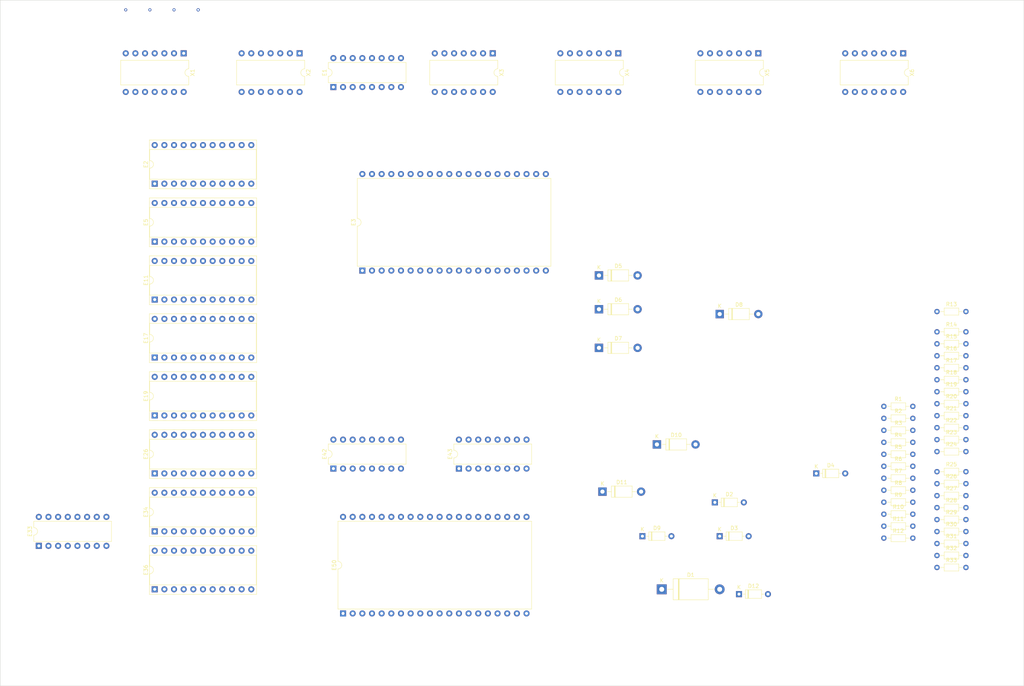
<source format=kicad_pcb>
(kicad_pcb (version 20221018) (generator pcbnew)
  (layers (0 "F.Cu" signal) (31 "B.Cu" signal) (34 "B.Paste" user) (35 "F.Paste" user) (36 "B.SilkS" user "B.Silkscreen") (37 "F.SilkS" user "F.Silkscreen") (38 "B.Mask" user) (39 "F.Mask" user) (44 "Edge.Cuts" user))
  (net 0 "")
  (net 76 "Net-(Q1-C)")
  (net 99 "+5V")
  (net 100 "GNDREF")
  (net 107 "Net-(E42-REC-DIS)")
  (net 108 "Net-(E50-DBE)")
  (net 109 "Net-(E51-Pad8)")
  (net 110 "Net-(E51-Pad14)")
  (net 215 "Net-(E19-DI)")
  (net 216 "Net-(E42-I_{A})")
  (net 217 "Net-(E33-Y4)")
  (net 218 "Net-(E42-I_{B})")
  (net 220 "Net-(E42-OVR-DIS)")
  (net 221 "Net-(E42-I_{C})")
  (net 222 "Net-(E36-DI)")
  (net 223 "Net-(E42-I_{D})")
  (net 226 "Net-(E43-I_{A})")
  (net 228 "Net-(E43-I_{B})")
  (net 230 "Net-(E43-I_{C})")
  (net 231 "-5V")
  (net 232 "Net-(E43-I_{D})")
  (net 261 "Net-(E50-~{RESET})")
  (net 262 "+12V")
  (net 263 "Net-(E17-DI)")
  (net 266 "/A_{0}")
  (net 267 "/A_{1}")
  (net 268 "/A_{2}")
  (net 269 "Net-(E1-A5)")
  (net 270 "Net-(E1-A3)")
  (net 272 "Net-(E1-Y4)")
  (net 273 "Net-(E1-A4)")
  (net 274 "Net-(E33-A4)")
  (net 275 "Net-(E33-A2)")
  (net 286 "/A_{9}")
  (net 287 "/A_{10}")
  (net 288 "/A_{11}")
  (net 289 "/A_{3}")
  (net 290 "/A_{4}")
  (net 291 "/A_{5}")
  (net 293 "/A_{6}")
  (net 294 "/A_{7}")
  (net 295 "/A_{8}")
  (net 296 "/_{~{CS}}")
  (net 298 "/_{RW}")
  (net 299 "/_{CE}")
  (net 300 "/_{TRI-S}")
  (footprint "Resistor_THT:R_Axial_DIN0204_L3.6mm_D1.6mm_P7.62mm_Horizontal" (layer "F.Cu") (at 260.35 139.24)
    (fp_text reference "R25" (at 3.81 -1.92) (layer "F.SilkS"))
    (fp_text value "22 Ohm  ¼W")
    (pad "1" thru_hole circle (at 0 0) (size 1.4 1.4) (drill 0.7) (layers "*.Cu" "*.Mask"))
    (pad "2" thru_hole oval (at 7.62 0) (size 1.4 1.4) (drill 0.7) (layers "*.Cu" "*.Mask"))
  )
  (footprint "Resistor_THT:R_Axial_DIN0204_L3.6mm_D1.6mm_P7.62mm_Horizontal" (layer "F.Cu") (at 246.38 134.67)
    (fp_text reference "R5" (at 3.81 -1.92) (layer "F.SilkS"))
    (fp_text value "820 Ohm  1W")
    (pad "1" thru_hole circle (at 0 0) (size 1.4 1.4) (drill 0.7) (layers "*.Cu" "*.Mask"))
    (pad "2" thru_hole oval (at 7.62 0) (size 1.4 1.4) (drill 0.7) (layers "*.Cu" "*.Mask"))
  )
  (footprint "Resistor_THT:R_Axial_DIN0204_L3.6mm_D1.6mm_P7.62mm_Horizontal" (layer "F.Cu") (at 260.35 111.91)
    (fp_text reference "R17" (at 3.81 -1.92) (layer "F.SilkS"))
    (fp_text value "1 kOhm  ¼W")
    (pad "1" thru_hole circle (at 0 0) (size 1.4 1.4) (drill 0.7) (layers "*.Cu" "*.Mask"))
    (pad "2" thru_hole oval (at 7.62 0) (size 1.4 1.4) (drill 0.7) (layers "*.Cu" "*.Mask"))
  )
  (footprint "Resistor_THT:R_Axial_DIN0204_L3.6mm_D1.6mm_P7.62mm_Horizontal" (layer "F.Cu") (at 246.38 137.82)
    (fp_text reference "R6" (at 3.81 -1.92) (layer "F.SilkS"))
    (fp_text value "130 Ohm  2W")
    (pad "1" thru_hole circle (at 0 0) (size 1.4 1.4) (drill 0.7) (layers "*.Cu" "*.Mask"))
    (pad "2" thru_hole oval (at 7.62 0) (size 1.4 1.4) (drill 0.7) (layers "*.Cu" "*.Mask") (net 76 "Net-(Q1-C)"))
  )
  (footprint "Resistor_THT:R_Axial_DIN0204_L3.6mm_D1.6mm_P7.62mm_Horizontal" (layer "F.Cu") (at 260.35 133.96)
    (fp_text reference "R24" (at 3.81 -1.92) (layer "F.SilkS"))
    (fp_text value "4.7 kOhm  ¼W")
    (pad "1" thru_hole circle (at 0 0) (size 1.4 1.4) (drill 0.7) (layers "*.Cu" "*.Mask"))
    (pad "2" thru_hole oval (at 7.62 0) (size 1.4 1.4) (drill 0.7) (layers "*.Cu" "*.Mask"))
  )
  (footprint "Resistor_THT:R_Axial_DIN0204_L3.6mm_D1.6mm_P7.62mm_Horizontal" (layer "F.Cu") (at 260.35 154.99)
    (fp_text reference "R30" (at 3.81 -1.92) (layer "F.SilkS"))
    (fp_text value "10 kOhm  ¼W")
    (pad "1" thru_hole circle (at 0 0) (size 1.4 1.4) (drill 0.7) (layers "*.Cu" "*.Mask"))
    (pad "2" thru_hole oval (at 7.62 0) (size 1.4 1.4) (drill 0.7) (layers "*.Cu" "*.Mask"))
  )
  (footprint "Diode_THT:D_DO-35_SOD27_P7.62mm_Horizontal" (layer "F.Cu") (at 182.88 156.21)
    (fp_text reference "D9" (at 3.81 -2.12) (layer "F.SilkS"))
    (fp_text value "1N914")
    (fp_text user "K" (at 0 -1.8) (layer "F.SilkS"))
    (pad "1" thru_hole rect (at 0 0) (size 1.6 1.6) (drill 0.8) (layers "*.Cu" "*.Mask"))
    (pad "2" thru_hole oval (at 7.62 0) (size 1.6 1.6) (drill 0.8) (layers "*.Cu" "*.Mask"))
  )
  (footprint "Resistor_THT:R_Axial_DIN0204_L3.6mm_D1.6mm_P7.62mm_Horizontal" (layer "F.Cu") (at 246.38 125.22)
    (fp_text reference "R2" (at 3.81 -1.92) (layer "F.SilkS"))
    (fp_text value "36 kOhm  ¼W")
    (pad "1" thru_hole circle (at 0 0) (size 1.4 1.4) (drill 0.7) (layers "*.Cu" "*.Mask"))
    (pad "2" thru_hole oval (at 7.62 0) (size 1.4 1.4) (drill 0.7) (layers "*.Cu" "*.Mask"))
  )
  (footprint "Diode_THT:D_DO-35_SOD27_P7.62mm_Horizontal" (layer "F.Cu") (at 208.28 171.45)
    (fp_text reference "D12" (at 3.81 -2.12) (layer "F.SilkS"))
    (fp_text value "1N914")
    (fp_text user "K" (at 0 -1.8) (layer "F.SilkS"))
    (pad "1" thru_hole rect (at 0 0) (size 1.6 1.6) (drill 0.8) (layers "*.Cu" "*.Mask"))
    (pad "2" thru_hole oval (at 7.62 0) (size 1.6 1.6) (drill 0.8) (layers "*.Cu" "*.Mask"))
  )
  (footprint "Resistor_THT:R_Axial_DIN0204_L3.6mm_D1.6mm_P7.62mm_Horizontal" (layer "F.Cu") (at 246.38 131.52)
    (fp_text reference "R4" (at 3.81 -1.92) (layer "F.SilkS"))
    (fp_text value "1.1 kOhm  1W")
    (pad "1" thru_hole circle (at 0 0) (size 1.4 1.4) (drill 0.7) (layers "*.Cu" "*.Mask"))
    (pad "2" thru_hole oval (at 7.62 0) (size 1.4 1.4) (drill 0.7) (layers "*.Cu" "*.Mask"))
  )
  (footprint "Package_DIP:DIP-40_W25.4mm" (layer "F.Cu") (at 109.22 86.36 90)
    (fp_text reference "E3" (at 12.7 -2.33 90) (layer "F.SilkS"))
    (fp_text value "MC6820")
    (pad "1" thru_hole rect (at 0 0 90) (size 1.6 1.6) (drill 0.8) (layers "*.Cu" "*.Mask"))
    (pad "2" thru_hole oval (at 0 2.54 90) (size 1.6 1.6) (drill 0.8) (layers "*.Cu" "*.Mask"))
    (pad "3" thru_hole oval (at 0 5.08 90) (size 1.6 1.6) (drill 0.8) (layers "*.Cu" "*.Mask"))
    (pad "4" thru_hole oval (at 0 7.62 90) (size 1.6 1.6) (drill 0.8) (layers "*.Cu" "*.Mask"))
    (pad "5" thru_hole oval (at 0 10.16 90) (size 1.6 1.6) (drill 0.8) (layers "*.Cu" "*.Mask"))
    (pad "6" thru_hole oval (at 0 12.7 90) (size 1.6 1.6) (drill 0.8) (layers "*.Cu" "*.Mask"))
    (pad "7" thru_hole oval (at 0 15.24 90) (size 1.6 1.6) (drill 0.8) (layers "*.Cu" "*.Mask"))
    (pad "8" thru_hole oval (at 0 17.78 90) (size 1.6 1.6) (drill 0.8) (layers "*.Cu" "*.Mask"))
    (pad "9" thru_hole oval (at 0 20.32 90) (size 1.6 1.6) (drill 0.8) (layers "*.Cu" "*.Mask"))
    (pad "10" thru_hole oval (at 0 22.86 90) (size 1.6 1.6) (drill 0.8) (layers "*.Cu" "*.Mask"))
    (pad "11" thru_hole oval (at 0 25.4 90) (size 1.6 1.6) (drill 0.8) (layers "*.Cu" "*.Mask"))
    (pad "12" thru_hole oval (at 0 27.94 90) (size 1.6 1.6) (drill 0.8) (layers "*.Cu" "*.Mask"))
    (pad "13" thru_hole oval (at 0 30.48 90) (size 1.6 1.6) (drill 0.8) (layers "*.Cu" "*.Mask"))
    (pad "14" thru_hole oval (at 0 33.02 90) (size 1.6 1.6) (drill 0.8) (layers "*.Cu" "*.Mask"))
    (pad "15" thru_hole oval (at 0 35.56 90) (size 1.6 1.6) (drill 0.8) (layers "*.Cu" "*.Mask"))
    (pad "16" thru_hole oval (at 0 38.1 90) (size 1.6 1.6) (drill 0.8) (layers "*.Cu" "*.Mask"))
    (pad "17" thru_hole oval (at 0 40.64 90) (size 1.6 1.6) (drill 0.8) (layers "*.Cu" "*.Mask"))
    (pad "18" thru_hole oval (at 0 43.18 90) (size 1.6 1.6) (drill 0.8) (layers "*.Cu" "*.Mask"))
    (pad "19" thru_hole oval (at 0 45.72 90) (size 1.6 1.6) (drill 0.8) (layers "*.Cu" "*.Mask"))
    (pad "20" thru_hole oval (at 0 48.26 90) (size 1.6 1.6) (drill 0.8) (layers "*.Cu" "*.Mask"))
    (pad "21" thru_hole oval (at 25.4 48.26 90) (size 1.6 1.6) (drill 0.8) (layers "*.Cu" "*.Mask"))
    (pad "22" thru_hole oval (at 25.4 45.72 90) (size 1.6 1.6) (drill 0.8) (layers "*.Cu" "*.Mask"))
    (pad "23" thru_hole oval (at 25.4 43.18 90) (size 1.6 1.6) (drill 0.8) (layers "*.Cu" "*.Mask"))
    (pad "24" thru_hole oval (at 25.4 40.64 90) (size 1.6 1.6) (drill 0.8) (layers "*.Cu" "*.Mask"))
    (pad "25" thru_hole oval (at 25.4 38.1 90) (size 1.6 1.6) (drill 0.8) (layers "*.Cu" "*.Mask"))
    (pad "26" thru_hole oval (at 25.4 35.56 90) (size 1.6 1.6) (drill 0.8) (layers "*.Cu" "*.Mask"))
    (pad "27" thru_hole oval (at 25.4 33.02 90) (size 1.6 1.6) (drill 0.8) (layers "*.Cu" "*.Mask"))
    (pad "28" thru_hole oval (at 25.4 30.48 90) (size 1.6 1.6) (drill 0.8) (layers "*.Cu" "*.Mask"))
    (pad "29" thru_hole oval (at 25.4 27.94 90) (size 1.6 1.6) (drill 0.8) (layers "*.Cu" "*.Mask"))
    (pad "30" thru_hole oval (at 25.4 25.4 90) (size 1.6 1.6) (drill 0.8) (layers "*.Cu" "*.Mask"))
    (pad "31" thru_hole oval (at 25.4 22.86 90) (size 1.6 1.6) (drill 0.8) (layers "*.Cu" "*.Mask"))
    (pad "32" thru_hole oval (at 25.4 20.32 90) (size 1.6 1.6) (drill 0.8) (layers "*.Cu" "*.Mask"))
    (pad "33" thru_hole oval (at 25.4 17.78 90) (size 1.6 1.6) (drill 0.8) (layers "*.Cu" "*.Mask"))
    (pad "34" thru_hole oval (at 25.4 15.24 90) (size 1.6 1.6) (drill 0.8) (layers "*.Cu" "*.Mask"))
    (pad "35" thru_hole oval (at 25.4 12.7 90) (size 1.6 1.6) (drill 0.8) (layers "*.Cu" "*.Mask"))
    (pad "36" thru_hole oval (at 25.4 10.16 90) (size 1.6 1.6) (drill 0.8) (layers "*.Cu" "*.Mask"))
    (pad "37" thru_hole oval (at 25.4 7.62 90) (size 1.6 1.6) (drill 0.8) (layers "*.Cu" "*.Mask"))
    (pad "38" thru_hole oval (at 25.4 5.08 90) (size 1.6 1.6) (drill 0.8) (layers "*.Cu" "*.Mask"))
    (pad "39" thru_hole oval (at 25.4 2.54 90) (size 1.6 1.6) (drill 0.8) (layers "*.Cu" "*.Mask"))
    (pad "40" thru_hole oval (at 25.4 0 90) (size 1.6 1.6) (drill 0.8) (layers "*.Cu" "*.Mask"))
  )
  (footprint "Diode_THT:D_DO-41_SOD81_P10.16mm_Horizontal" (layer "F.Cu") (at 203.2 97.79)
    (fp_text reference "D8" (at 5.08 -2.47) (layer "F.SilkS"))
    (fp_text value "1N4001")
    (fp_text user "K" (at 0 -2.1) (layer "F.SilkS"))
    (pad "1" thru_hole rect (at 0 0) (size 2.2 2.2) (drill 1.1) (layers "*.Cu" "*.Mask"))
    (pad "2" thru_hole oval (at 10.16 0) (size 2.2 2.2) (drill 1.1) (layers "*.Cu" "*.Mask"))
  )
  (footprint "Resistor_THT:R_Axial_DIN0204_L3.6mm_D1.6mm_P7.62mm_Horizontal" (layer "F.Cu") (at 246.38 128.37)
    (fp_text reference "R3" (at 3.81 -1.92) (layer "F.SilkS"))
    (fp_text value "36 kOhm  ¼W")
    (pad "1" thru_hole circle (at 0 0) (size 1.4 1.4) (drill 0.7) (layers "*.Cu" "*.Mask"))
    (pad "2" thru_hole oval (at 7.62 0) (size 1.4 1.4) (drill 0.7) (layers "*.Cu" "*.Mask"))
  )
  (footprint "Resistor_THT:R_Axial_DIN0204_L3.6mm_D1.6mm_P7.62mm_Horizontal" (layer "F.Cu") (at 260.35 121.36)
    (fp_text reference "R20" (at 3.81 -1.92) (layer "F.SilkS"))
    (fp_text value "3.3 kOhm  ¼W")
    (pad "1" thru_hole circle (at 0 0) (size 1.4 1.4) (drill 0.7) (layers "*.Cu" "*.Mask"))
    (pad "2" thru_hole oval (at 7.62 0) (size 1.4 1.4) (drill 0.7) (layers "*.Cu" "*.Mask"))
  )
  (footprint "Diode_THT:D_DO-41_SOD81_P10.16mm_Horizontal" (layer "F.Cu") (at 171.45 87.63)
    (fp_text reference "D5" (at 5.08 -2.47) (layer "F.SilkS"))
    (fp_text value "1N4001")
    (fp_text user "K" (at 0 -2.1) (layer "F.SilkS"))
    (pad "1" thru_hole rect (at 0 0) (size 2.2 2.2) (drill 1.1) (layers "*.Cu" "*.Mask"))
    (pad "2" thru_hole oval (at 10.16 0) (size 2.2 2.2) (drill 1.1) (layers "*.Cu" "*.Mask"))
  )
  (footprint "Resistor_THT:R_Axial_DIN0204_L3.6mm_D1.6mm_P7.62mm_Horizontal" (layer "F.Cu") (at 246.38 140.97)
    (fp_text reference "R7" (at 3.81 -1.92) (layer "F.SilkS"))
    (fp_text value "3.3 kOhm  ¼W")
    (pad "1" thru_hole circle (at 0 0) (size 1.4 1.4) (drill 0.7) (layers "*.Cu" "*.Mask"))
    (pad "2" thru_hole oval (at 7.62 0) (size 1.4 1.4) (drill 0.7) (layers "*.Cu" "*.Mask"))
  )
  (footprint "Package_DIP:DIP-22_W10.16mm_Socket" (layer "F.Cu") (at 54.61 124.46 90)
    (fp_text reference "E19" (at 5.08 -2.33 90) (layer "F.SilkS"))
    (fp_text value "TMS4030")
    (pad "1" thru_hole rect (at 0 0 90) (size 1.6 1.6) (drill 0.8) (layers "*.Cu" "*.Mask") (net 231 "-5V"))
    (pad "2" thru_hole oval (at 0 2.54 90) (size 1.6 1.6) (drill 0.8) (layers "*.Cu" "*.Mask") (net 286 "/A_{9}"))
    (pad "3" thru_hole oval (at 0 5.08 90) (size 1.6 1.6) (drill 0.8) (layers "*.Cu" "*.Mask") (net 287 "/A_{10}"))
    (pad "4" thru_hole oval (at 0 7.62 90) (size 1.6 1.6) (drill 0.8) (layers "*.Cu" "*.Mask") (net 288 "/A_{11}"))
    (pad "5" thru_hole oval (at 0 10.16 90) (size 1.6 1.6) (drill 0.8) (layers "*.Cu" "*.Mask") (net 296 "/_{~{CS}}"))
    (pad "6" thru_hole oval (at 0 12.7 90) (size 1.6 1.6) (drill 0.8) (layers "*.Cu" "*.Mask") (net 215 "Net-(E19-DI)"))
    (pad "7" thru_hole oval (at 0 15.24 90) (size 1.6 1.6) (drill 0.8) (layers "*.Cu" "*.Mask") (net 270 "Net-(E1-A3)"))
    (pad "8" thru_hole oval (at 0 17.78 90) (size 1.6 1.6) (drill 0.8) (layers "*.Cu" "*.Mask") (net 266 "/A_{0}"))
    (pad "9" thru_hole oval (at 0 20.32 90) (size 1.6 1.6) (drill 0.8) (layers "*.Cu" "*.Mask") (net 267 "/A_{1}"))
    (pad "10" thru_hole oval (at 0 22.86 90) (size 1.6 1.6) (drill 0.8) (layers "*.Cu" "*.Mask") (net 268 "/A_{2}"))
    (pad "11" thru_hole oval (at 0 25.4 90) (size 1.6 1.6) (drill 0.8) (layers "*.Cu" "*.Mask") (net 99 "+5V"))
    (pad "12" thru_hole oval (at 10.16 25.4 90) (size 1.6 1.6) (drill 0.8) (layers "*.Cu" "*.Mask") (net 298 "/_{RW}"))
    (pad "13" thru_hole oval (at 10.16 22.86 90) (size 1.6 1.6) (drill 0.8) (layers "*.Cu" "*.Mask") (net 289 "/A_{3}"))
    (pad "14" thru_hole oval (at 10.16 20.32 90) (size 1.6 1.6) (drill 0.8) (layers "*.Cu" "*.Mask") (net 290 "/A_{4}"))
    (pad "15" thru_hole oval (at 10.16 17.78 90) (size 1.6 1.6) (drill 0.8) (layers "*.Cu" "*.Mask") (net 291 "/A_{5}"))
    (pad "16" thru_hole oval (at 10.16 15.24 90) (size 1.6 1.6) (drill 0.8) (layers "*.Cu" "*.Mask"))
    (pad "17" thru_hole oval (at 10.16 12.7 90) (size 1.6 1.6) (drill 0.8) (layers "*.Cu" "*.Mask") (net 299 "/_{CE}"))
    (pad "18" thru_hole oval (at 10.16 10.16 90) (size 1.6 1.6) (drill 0.8) (layers "*.Cu" "*.Mask") (net 262 "+12V"))
    (pad "19" thru_hole oval (at 10.16 7.62 90) (size 1.6 1.6) (drill 0.8) (layers "*.Cu" "*.Mask") (net 293 "/A_{6}"))
    (pad "20" thru_hole oval (at 10.16 5.08 90) (size 1.6 1.6) (drill 0.8) (layers "*.Cu" "*.Mask") (net 294 "/A_{7}"))
    (pad "21" thru_hole oval (at 10.16 2.54 90) (size 1.6 1.6) (drill 0.8) (layers "*.Cu" "*.Mask") (net 295 "/A_{8}"))
    (pad "22" thru_hole oval (at 10.16 0 90) (size 1.6 1.6) (drill 0.8) (layers "*.Cu" "*.Mask") (net 100 "GNDREF"))
  )
  (footprint "Package_DIP:DIP-22_W10.16mm_Socket" (layer "F.Cu") (at 54.61 78.74 90)
    (fp_text reference "E5" (at 5.08 -2.33 90) (layer "F.SilkS"))
    (fp_text value "TMS4030")
    (pad "1" thru_hole rect (at 0 0 90) (size 1.6 1.6) (drill 0.8) (layers "*.Cu" "*.Mask") (net 231 "-5V"))
    (pad "2" thru_hole oval (at 0 2.54 90) (size 1.6 1.6) (drill 0.8) (layers "*.Cu" "*.Mask") (net 286 "/A_{9}"))
    (pad "3" thru_hole oval (at 0 5.08 90) (size 1.6 1.6) (drill 0.8) (layers "*.Cu" "*.Mask") (net 287 "/A_{10}"))
    (pad "4" thru_hole oval (at 0 7.62 90) (size 1.6 1.6) (drill 0.8) (layers "*.Cu" "*.Mask") (net 288 "/A_{11}"))
    (pad "5" thru_hole oval (at 0 10.16 90) (size 1.6 1.6) (drill 0.8) (layers "*.Cu" "*.Mask") (net 296 "/_{~{CS}}"))
    (pad "6" thru_hole oval (at 0 12.7 90) (size 1.6 1.6) (drill 0.8) (layers "*.Cu" "*.Mask"))
    (pad "7" thru_hole oval (at 0 15.24 90) (size 1.6 1.6) (drill 0.8) (layers "*.Cu" "*.Mask"))
    (pad "8" thru_hole oval (at 0 17.78 90) (size 1.6 1.6) (drill 0.8) (layers "*.Cu" "*.Mask") (net 266 "/A_{0}"))
    (pad "9" thru_hole oval (at 0 20.32 90) (size 1.6 1.6) (drill 0.8) (layers "*.Cu" "*.Mask") (net 267 "/A_{1}"))
    (pad "10" thru_hole oval (at 0 22.86 90) (size 1.6 1.6) (drill 0.8) (layers "*.Cu" "*.Mask") (net 268 "/A_{2}"))
    (pad "11" thru_hole oval (at 0 25.4 90) (size 1.6 1.6) (drill 0.8) (layers "*.Cu" "*.Mask") (net 99 "+5V"))
    (pad "12" thru_hole oval (at 10.16 25.4 90) (size 1.6 1.6) (drill 0.8) (layers "*.Cu" "*.Mask") (net 298 "/_{RW}"))
    (pad "13" thru_hole oval (at 10.16 22.86 90) (size 1.6 1.6) (drill 0.8) (layers "*.Cu" "*.Mask") (net 289 "/A_{3}"))
    (pad "14" thru_hole oval (at 10.16 20.32 90) (size 1.6 1.6) (drill 0.8) (layers "*.Cu" "*.Mask") (net 290 "/A_{4}"))
    (pad "15" thru_hole oval (at 10.16 17.78 90) (size 1.6 1.6) (drill 0.8) (layers "*.Cu" "*.Mask") (net 291 "/A_{5}"))
    (pad "16" thru_hole oval (at 10.16 15.24 90) (size 1.6 1.6) (drill 0.8) (layers "*.Cu" "*.Mask"))
    (pad "17" thru_hole oval (at 10.16 12.7 90) (size 1.6 1.6) (drill 0.8) (layers "*.Cu" "*.Mask") (net 299 "/_{CE}"))
    (pad "18" thru_hole oval (at 10.16 10.16 90) (size 1.6 1.6) (drill 0.8) (layers "*.Cu" "*.Mask") (net 262 "+12V"))
    (pad "19" thru_hole oval (at 10.16 7.62 90) (size 1.6 1.6) (drill 0.8) (layers "*.Cu" "*.Mask") (net 293 "/A_{6}"))
    (pad "20" thru_hole oval (at 10.16 5.08 90) (size 1.6 1.6) (drill 0.8) (layers "*.Cu" "*.Mask") (net 294 "/A_{7}"))
    (pad "21" thru_hole oval (at 10.16 2.54 90) (size 1.6 1.6) (drill 0.8) (layers "*.Cu" "*.Mask") (net 295 "/A_{8}"))
    (pad "22" thru_hole oval (at 10.16 0 90) (size 1.6 1.6) (drill 0.8) (layers "*.Cu" "*.Mask") (net 100 "GNDREF"))
  )
  (footprint "Diode_THT:D_DO-41_SOD81_P10.16mm_Horizontal" (layer "F.Cu") (at 172.37 144.49)
    (fp_text reference "D11" (at 5.08 -2.47) (layer "F.SilkS"))
    (fp_text value "1N4001")
    (fp_text user "K" (at 0 -2.1) (layer "F.SilkS"))
    (pad "1" thru_hole rect (at 0 0) (size 2.2 2.2) (drill 1.1) (layers "*.Cu" "*.Mask"))
    (pad "2" thru_hole oval (at 10.16 0) (size 2.2 2.2) (drill 1.1) (layers "*.Cu" "*.Mask"))
  )
  (footprint "Resistor_THT:R_Axial_DIN0204_L3.6mm_D1.6mm_P7.62mm_Horizontal" (layer "F.Cu") (at 260.35 158.14)
    (fp_text reference "R31" (at 3.81 -1.92) (layer "F.SilkS"))
    (fp_text value "1 kOhm  ¼W")
    (pad "1" thru_hole circle (at 0 0) (size 1.4 1.4) (drill 0.7) (layers "*.Cu" "*.Mask"))
    (pad "2" thru_hole oval (at 7.62 0) (size 1.4 1.4) (drill 0.7) (layers "*.Cu" "*.Mask"))
  )
  (footprint "Package_DIP:DIP-14_W10.16mm" (layer "F.Cu") (at 251.46 29.21 -90)
    (fp_text reference "X6" (at 5.08 -2.33 -90) (layer "F.SilkS"))
    (fp_text value "14-Pin Socket")
    (pad "1" thru_hole rect (at 0 0 270) (size 1.6 1.6) (drill 0.8) (layers "*.Cu" "*.Mask"))
    (pad "2" thru_hole oval (at 0 2.54 270) (size 1.6 1.6) (drill 0.8) (layers "*.Cu" "*.Mask"))
    (pad "3" thru_hole oval (at 0 5.08 270) (size 1.6 1.6) (drill 0.8) (layers "*.Cu" "*.Mask"))
    (pad "4" thru_hole oval (at 0 7.62 270) (size 1.6 1.6) (drill 0.8) (layers "*.Cu" "*.Mask"))
    (pad "5" thru_hole oval (at 0 10.16 270) (size 1.6 1.6) (drill 0.8) (layers "*.Cu" "*.Mask"))
    (pad "6" thru_hole oval (at 0 12.7 270) (size 1.6 1.6) (drill 0.8) (layers "*.Cu" "*.Mask"))
    (pad "7" thru_hole oval (at 0 15.24 270) (size 1.6 1.6) (drill 0.8) (layers "*.Cu" "*.Mask"))
    (pad "8" thru_hole oval (at 10.16 15.24 270) (size 1.6 1.6) (drill 0.8) (layers "*.Cu" "*.Mask"))
    (pad "9" thru_hole oval (at 10.16 12.7 270) (size 1.6 1.6) (drill 0.8) (layers "*.Cu" "*.Mask"))
    (pad "10" thru_hole oval (at 10.16 10.16 270) (size 1.6 1.6) (drill 0.8) (layers "*.Cu" "*.Mask"))
    (pad "11" thru_hole oval (at 10.16 7.62 270) (size 1.6 1.6) (drill 0.8) (layers "*.Cu" "*.Mask"))
    (pad "12" thru_hole oval (at 10.16 5.08 270) (size 1.6 1.6) (drill 0.8) (layers "*.Cu" "*.Mask"))
    (pad "13" thru_hole oval (at 10.16 2.54 270) (size 1.6 1.6) (drill 0.8) (layers "*.Cu" "*.Mask"))
    (pad "14" thru_hole oval (at 10.16 0 270) (size 1.6 1.6) (drill 0.8) (layers "*.Cu" "*.Mask"))
  )
  (footprint "Package_DIP:DIP-22_W10.16mm_Socket" (layer "F.Cu") (at 54.61 109.22 90)
    (fp_text reference "E17" (at 5.08 -2.33 90) (layer "F.SilkS"))
    (fp_text value "TMS4030")
    (pad "1" thru_hole rect (at 0 0 90) (size 1.6 1.6) (drill 0.8) (layers "*.Cu" "*.Mask") (net 231 "-5V"))
    (pad "2" thru_hole oval (at 0 2.54 90) (size 1.6 1.6) (drill 0.8) (layers "*.Cu" "*.Mask") (net 286 "/A_{9}"))
    (pad "3" thru_hole oval (at 0 5.08 90) (size 1.6 1.6) (drill 0.8) (layers "*.Cu" "*.Mask") (net 287 "/A_{10}"))
    (pad "4" thru_hole oval (at 0 7.62 90) (size 1.6 1.6) (drill 0.8) (layers "*.Cu" "*.Mask") (net 288 "/A_{11}"))
    (pad "5" thru_hole oval (at 0 10.16 90) (size 1.6 1.6) (drill 0.8) (layers "*.Cu" "*.Mask") (net 296 "/_{~{CS}}"))
    (pad "6" thru_hole oval (at 0 12.7 90) (size 1.6 1.6) (drill 0.8) (layers "*.Cu" "*.Mask") (net 263 "Net-(E17-DI)"))
    (pad "7" thru_hole oval (at 0 15.24 90) (size 1.6 1.6) (drill 0.8) (layers "*.Cu" "*.Mask") (net 269 "Net-(E1-A5)"))
    (pad "8" thru_hole oval (at 0 17.78 90) (size 1.6 1.6) (drill 0.8) (layers "*.Cu" "*.Mask") (net 266 "/A_{0}"))
    (pad "9" thru_hole oval (at 0 20.32 90) (size 1.6 1.6) (drill 0.8) (layers "*.Cu" "*.Mask") (net 267 "/A_{1}"))
    (pad "10" thru_hole oval (at 0 22.86 90) (size 1.6 1.6) (drill 0.8) (layers "*.Cu" "*.Mask") (net 268 "/A_{2}"))
    (pad "11" thru_hole oval (at 0 25.4 90) (size 1.6 1.6) (drill 0.8) (layers "*.Cu" "*.Mask") (net 99 "+5V"))
    (pad "12" thru_hole oval (at 10.16 25.4 90) (size 1.6 1.6) (drill 0.8) (layers "*.Cu" "*.Mask") (net 298 "/_{RW}"))
    (pad "13" thru_hole oval (at 10.16 22.86 90) (size 1.6 1.6) (drill 0.8) (layers "*.Cu" "*.Mask") (net 289 "/A_{3}"))
    (pad "14" thru_hole oval (at 10.16 20.32 90) (size 1.6 1.6) (drill 0.8) (layers "*.Cu" "*.Mask") (net 290 "/A_{4}"))
    (pad "15" thru_hole oval (at 10.16 17.78 90) (size 1.6 1.6) (drill 0.8) (layers "*.Cu" "*.Mask") (net 291 "/A_{5}"))
    (pad "16" thru_hole oval (at 10.16 15.24 90) (size 1.6 1.6) (drill 0.8) (layers "*.Cu" "*.Mask"))
    (pad "17" thru_hole oval (at 10.16 12.7 90) (size 1.6 1.6) (drill 0.8) (layers "*.Cu" "*.Mask") (net 299 "/_{CE}"))
    (pad "18" thru_hole oval (at 10.16 10.16 90) (size 1.6 1.6) (drill 0.8) (layers "*.Cu" "*.Mask") (net 262 "+12V"))
    (pad "19" thru_hole oval (at 10.16 7.62 90) (size 1.6 1.6) (drill 0.8) (layers "*.Cu" "*.Mask") (net 293 "/A_{6}"))
    (pad "20" thru_hole oval (at 10.16 5.08 90) (size 1.6 1.6) (drill 0.8) (layers "*.Cu" "*.Mask") (net 294 "/A_{7}"))
    (pad "21" thru_hole oval (at 10.16 2.54 90) (size 1.6 1.6) (drill 0.8) (layers "*.Cu" "*.Mask") (net 295 "/A_{8}"))
    (pad "22" thru_hole oval (at 10.16 0 90) (size 1.6 1.6) (drill 0.8) (layers "*.Cu" "*.Mask") (net 100 "GNDREF"))
  )
  (footprint "Package_DIP:DIP-22_W10.16mm_Socket" (layer "F.Cu") (at 54.61 170.18 90)
    (fp_text reference "E36" (at 5.08 -2.33 90) (layer "F.SilkS"))
    (fp_text value "TMS4030")
    (pad "1" thru_hole rect (at 0 0 90) (size 1.6 1.6) (drill 0.8) (layers "*.Cu" "*.Mask") (net 231 "-5V"))
    (pad "2" thru_hole oval (at 0 2.54 90) (size 1.6 1.6) (drill 0.8) (layers "*.Cu" "*.Mask") (net 286 "/A_{9}"))
    (pad "3" thru_hole oval (at 0 5.08 90) (size 1.6 1.6) (drill 0.8) (layers "*.Cu" "*.Mask") (net 287 "/A_{10}"))
    (pad "4" thru_hole oval (at 0 7.62 90) (size 1.6 1.6) (drill 0.8) (layers "*.Cu" "*.Mask") (net 288 "/A_{11}"))
    (pad "5" thru_hole oval (at 0 10.16 90) (size 1.6 1.6) (drill 0.8) (layers "*.Cu" "*.Mask") (net 296 "/_{~{CS}}"))
    (pad "6" thru_hole oval (at 0 12.7 90) (size 1.6 1.6) (drill 0.8) (layers "*.Cu" "*.Mask") (net 222 "Net-(E36-DI)"))
    (pad "7" thru_hole oval (at 0 15.24 90) (size 1.6 1.6) (drill 0.8) (layers "*.Cu" "*.Mask") (net 275 "Net-(E33-A2)"))
    (pad "8" thru_hole oval (at 0 17.78 90) (size 1.6 1.6) (drill 0.8) (layers "*.Cu" "*.Mask") (net 266 "/A_{0}"))
    (pad "9" thru_hole oval (at 0 20.32 90) (size 1.6 1.6) (drill 0.8) (layers "*.Cu" "*.Mask") (net 267 "/A_{1}"))
    (pad "10" thru_hole oval (at 0 22.86 90) (size 1.6 1.6) (drill 0.8) (layers "*.Cu" "*.Mask") (net 268 "/A_{2}"))
    (pad "11" thru_hole oval (at 0 25.4 90) (size 1.6 1.6) (drill 0.8) (layers "*.Cu" "*.Mask") (net 99 "+5V"))
    (pad "12" thru_hole oval (at 10.16 25.4 90) (size 1.6 1.6) (drill 0.8) (layers "*.Cu" "*.Mask") (net 298 "/_{RW}"))
    (pad "13" thru_hole oval (at 10.16 22.86 90) (size 1.6 1.6) (drill 0.8) (layers "*.Cu" "*.Mask") (net 289 "/A_{3}"))
    (pad "14" thru_hole oval (at 10.16 20.32 90) (size 1.6 1.6) (drill 0.8) (layers "*.Cu" "*.Mask") (net 290 "/A_{4}"))
    (pad "15" thru_hole oval (at 10.16 17.78 90) (size 1.6 1.6) (drill 0.8) (layers "*.Cu" "*.Mask") (net 291 "/A_{5}"))
    (pad "16" thru_hole oval (at 10.16 15.24 90) (size 1.6 1.6) (drill 0.8) (layers "*.Cu" "*.Mask"))
    (pad "17" thru_hole oval (at 10.16 12.7 90) (size 1.6 1.6) (drill 0.8) (layers "*.Cu" "*.Mask") (net 299 "/_{CE}"))
    (pad "18" thru_hole oval (at 10.16 10.16 90) (size 1.6 1.6) (drill 0.8) (layers "*.Cu" "*.Mask") (net 262 "+12V"))
    (pad "19" thru_hole oval (at 10.16 7.62 90) (size 1.6 1.6) (drill 0.8) (layers "*.Cu" "*.Mask") (net 293 "/A_{6}"))
    (pad "20" thru_hole oval (at 10.16 5.08 90) (size 1.6 1.6) (drill 0.8) (layers "*.Cu" "*.Mask") (net 294 "/A_{7}"))
    (pad "21" thru_hole oval (at 10.16 2.54 90) (size 1.6 1.6) (drill 0.8) (layers "*.Cu" "*.Mask") (net 295 "/A_{8}"))
    (pad "22" thru_hole oval (at 10.16 0 90) (size 1.6 1.6) (drill 0.8) (layers "*.Cu" "*.Mask") (net 100 "GNDREF"))
  )
  (footprint "Resistor_THT:R_Axial_DIN0204_L3.6mm_D1.6mm_P7.62mm_Horizontal" (layer "F.Cu") (at 260.35 130.81)
    (fp_text reference "R23" (at 3.81 -1.92) (layer "F.SilkS"))
    (fp_text value "10 Ohm  ¼W")
    (pad "1" thru_hole circle (at 0 0) (size 1.4 1.4) (drill 0.7) (layers "*.Cu" "*.Mask") (net 110 "Net-(E51-Pad14)"))
    (pad "2" thru_hole oval (at 7.62 0) (size 1.4 1.4) (drill 0.7) (layers "*.Cu" "*.Mask") (net 108 "Net-(E50-DBE)"))
  )
  (footprint "Resistor_THT:R_Axial_DIN0204_L3.6mm_D1.6mm_P7.62mm_Horizontal" (layer "F.Cu") (at 260.35 142.39)
    (fp_text reference "R26" (at 3.81 -1.92) (layer "F.SilkS"))
    (fp_text value "10 Ohm  ¼W")
    (pad "1" thru_hole circle (at 0 0) (size 1.4 1.4) (drill 0.7) (layers "*.Cu" "*.Mask"))
    (pad "2" thru_hole oval (at 7.62 0) (size 1.4 1.4) (drill 0.7) (layers "*.Cu" "*.Mask"))
  )
  (footprint "Diode_THT:D_DO-35_SOD27_P7.62mm_Horizontal" (layer "F.Cu") (at 203.2 156.21)
    (fp_text reference "D3" (at 3.81 -2.12) (layer "F.SilkS"))
    (fp_text value "1N914")
    (fp_text user "K" (at 0 -1.8) (layer "F.SilkS"))
    (pad "1" thru_hole rect (at 0 0) (size 1.6 1.6) (drill 0.8) (layers "*.Cu" "*.Mask"))
    (pad "2" thru_hole oval (at 7.62 0) (size 1.6 1.6) (drill 0.8) (layers "*.Cu" "*.Mask"))
  )
  (footprint "Package_DIP:DIP-14_W10.16mm" (layer "F.Cu") (at 176.53 29.21 -90)
    (fp_text reference "X4" (at 5.08 -2.33 -90) (layer "F.SilkS"))
    (fp_text value "14-Pin Socket")
    (pad "1" thru_hole rect (at 0 0 270) (size 1.6 1.6) (drill 0.8) (layers "*.Cu" "*.Mask"))
    (pad "2" thru_hole oval (at 0 2.54 270) (size 1.6 1.6) (drill 0.8) (layers "*.Cu" "*.Mask"))
    (pad "3" thru_hole oval (at 0 5.08 270) (size 1.6 1.6) (drill 0.8) (layers "*.Cu" "*.Mask"))
    (pad "4" thru_hole oval (at 0 7.62 270) (size 1.6 1.6) (drill 0.8) (layers "*.Cu" "*.Mask"))
    (pad "5" thru_hole oval (at 0 10.16 270) (size 1.6 1.6) (drill 0.8) (layers "*.Cu" "*.Mask"))
    (pad "6" thru_hole oval (at 0 12.7 270) (size 1.6 1.6) (drill 0.8) (layers "*.Cu" "*.Mask"))
    (pad "7" thru_hole oval (at 0 15.24 270) (size 1.6 1.6) (drill 0.8) (layers "*.Cu" "*.Mask"))
    (pad "8" thru_hole oval (at 10.16 15.24 270) (size 1.6 1.6) (drill 0.8) (layers "*.Cu" "*.Mask"))
    (pad "9" thru_hole oval (at 10.16 12.7 270) (size 1.6 1.6) (drill 0.8) (layers "*.Cu" "*.Mask"))
    (pad "10" thru_hole oval (at 10.16 10.16 270) (size 1.6 1.6) (drill 0.8) (layers "*.Cu" "*.Mask"))
    (pad "11" thru_hole oval (at 10.16 7.62 270) (size 1.6 1.6) (drill 0.8) (layers "*.Cu" "*.Mask"))
    (pad "12" thru_hole oval (at 10.16 5.08 270) (size 1.6 1.6) (drill 0.8) (layers "*.Cu" "*.Mask"))
    (pad "13" thru_hole oval (at 10.16 2.54 270) (size 1.6 1.6) (drill 0.8) (layers "*.Cu" "*.Mask"))
    (pad "14" thru_hole oval (at 10.16 0 270) (size 1.6 1.6) (drill 0.8) (layers "*.Cu" "*.Mask"))
  )
  (footprint "Package_DIP:DIP-16_W7.62mm" (layer "F.Cu") (at 134.62 138.43 90)
    (fp_text reference "E43" (at 3.81 -2.33 90) (layer "F.SilkS"))
    (fp_text value "DM8833N")
    (pad "1" thru_hole rect (at 0 0 90) (size 1.6 1.6) (drill 0.8) (layers "*.Cu" "*.Mask"))
    (pad "2" thru_hole oval (at 0 2.54 90) (size 1.6 1.6) (drill 0.8) (layers "*.Cu" "*.Mask") (net 226 "Net-(E43-I_{A})"))
    (pad "3" thru_hole oval (at 0 5.08 90) (size 1.6 1.6) (drill 0.8) (layers "*.Cu" "*.Mask") (net 226 "Net-(E43-I_{A})"))
    (pad "4" thru_hole oval (at 0 7.62 90) (size 1.6 1.6) (drill 0.8) (layers "*.Cu" "*.Mask"))
    (pad "5" thru_hole oval (at 0 10.16 90) (size 1.6 1.6) (drill 0.8) (layers "*.Cu" "*.Mask") (net 228 "Net-(E43-I_{B})"))
    (pad "6" thru_hole oval (at 0 12.7 90) (size 1.6 1.6) (drill 0.8) (layers "*.Cu" "*.Mask") (net 228 "Net-(E43-I_{B})"))
    (pad "7" thru_hole oval (at 0 15.24 90) (size 1.6 1.6) (drill 0.8) (layers "*.Cu" "*.Mask") (net 107 "Net-(E42-REC-DIS)"))
    (pad "8" thru_hole oval (at 0 17.78 90) (size 1.6 1.6) (drill 0.8) (layers "*.Cu" "*.Mask"))
    (pad "9" thru_hole oval (at 7.62 17.78 90) (size 1.6 1.6) (drill 0.8) (layers "*.Cu" "*.Mask") (net 220 "Net-(E42-OVR-DIS)"))
    (pad "10" thru_hole oval (at 7.62 15.24 90) (size 1.6 1.6) (drill 0.8) (layers "*.Cu" "*.Mask") (net 230 "Net-(E43-I_{C})"))
    (pad "11" thru_hole oval (at 7.62 12.7 90) (size 1.6 1.6) (drill 0.8) (layers "*.Cu" "*.Mask") (net 230 "Net-(E43-I_{C})"))
    (pad "12" thru_hole oval (at 7.62 10.16 90) (size 1.6 1.6) (drill 0.8) (layers "*.Cu" "*.Mask") (net 263 "Net-(E17-DI)"))
    (pad "13" thru_hole oval (at 7.62 7.62 90) (size 1.6 1.6) (drill 0.8) (layers "*.Cu" "*.Mask") (net 232 "Net-(E43-I_{D})"))
    (pad "14" thru_hole oval (at 7.62 5.08 90) (size 1.6 1.6) (drill 0.8) (layers "*.Cu" "*.Mask") (net 232 "Net-(E43-I_{D})"))
    (pad "15" thru_hole oval (at 7.62 2.54 90) (size 1.6 1.6) (drill 0.8) (layers "*.Cu" "*.Mask"))
    (pad "16" thru_hole oval (at 7.62 0 90) (size 1.6 1.6) (drill 0.8) (layers "*.Cu" "*.Mask"))
  )
  (footprint "Resistor_THT:R_Axial_DIN0204_L3.6mm_D1.6mm_P7.62mm_Horizontal" (layer "F.Cu") (at 260.35 145.54)
    (fp_text reference "R27" (at 3.81 -1.92) (layer "F.SilkS"))
    (fp_text value "4.7 kOhm  ¼W")
    (pad "1" thru_hole circle (at 0 0) (size 1.4 1.4) (drill 0.7) (layers "*.Cu" "*.Mask"))
    (pad "2" thru_hole oval (at 7.62 0) (size 1.4 1.4) (drill 0.7) (layers "*.Cu" "*.Mask"))
  )
  (footprint "Resistor_THT:R_Axial_DIN0204_L3.6mm_D1.6mm_P7.62mm_Horizontal" (layer "F.Cu") (at 246.38 122.07)
    (fp_text reference "R1" (at 3.81 -1.92) (layer "F.SilkS"))
    (fp_text value "100 Ohm  ¼W")
    (pad "1" thru_hole circle (at 0 0) (size 1.4 1.4) (drill 0.7) (layers "*.Cu" "*.Mask"))
    (pad "2" thru_hole oval (at 7.62 0) (size 1.4 1.4) (drill 0.7) (layers "*.Cu" "*.Mask"))
  )
  (footprint "Package_DIP:DIP-14_W10.16mm" (layer "F.Cu") (at 92.71 29.21 -90)
    (fp_text reference "X2" (at 5.08 -2.33 -90) (layer "F.SilkS"))
    (fp_text value "14-Pin Socket")
    (pad "1" thru_hole rect (at 0 0 270) (size 1.6 1.6) (drill 0.8) (layers "*.Cu" "*.Mask"))
    (pad "2" thru_hole oval (at 0 2.54 270) (size 1.6 1.6) (drill 0.8) (layers "*.Cu" "*.Mask"))
    (pad "3" thru_hole oval (at 0 5.08 270) (size 1.6 1.6) (drill 0.8) (layers "*.Cu" "*.Mask"))
    (pad "4" thru_hole oval (at 0 7.62 270) (size 1.6 1.6) (drill 0.8) (layers "*.Cu" "*.Mask"))
    (pad "5" thru_hole oval (at 0 10.16 270) (size 1.6 1.6) (drill 0.8) (layers "*.Cu" "*.Mask"))
    (pad "6" thru_hole oval (at 0 12.7 270) (size 1.6 1.6) (drill 0.8) (layers "*.Cu" "*.Mask"))
    (pad "7" thru_hole oval (at 0 15.24 270) (size 1.6 1.6) (drill 0.8) (layers "*.Cu" "*.Mask"))
    (pad "8" thru_hole oval (at 10.16 15.24 270) (size 1.6 1.6) (drill 0.8) (layers "*.Cu" "*.Mask"))
    (pad "9" thru_hole oval (at 10.16 12.7 270) (size 1.6 1.6) (drill 0.8) (layers "*.Cu" "*.Mask"))
    (pad "10" thru_hole oval (at 10.16 10.16 270) (size 1.6 1.6) (drill 0.8) (layers "*.Cu" "*.Mask"))
    (pad "11" thru_hole oval (at 10.16 7.62 270) (size 1.6 1.6) (drill 0.8) (layers "*.Cu" "*.Mask"))
    (pad "12" thru_hole oval (at 10.16 5.08 270) (size 1.6 1.6) (drill 0.8) (layers "*.Cu" "*.Mask"))
    (pad "13" thru_hole oval (at 10.16 2.54 270) (size 1.6 1.6) (drill 0.8) (layers "*.Cu" "*.Mask"))
    (pad "14" thru_hole oval (at 10.16 0 270) (size 1.6 1.6) (drill 0.8) (layers "*.Cu" "*.Mask"))
  )
  (footprint "Resistor_THT:R_Axial_DIN0204_L3.6mm_D1.6mm_P7.62mm_Horizontal" (layer "F.Cu") (at 246.38 150.42)
    (fp_text reference "R10" (at 3.81 -1.92) (layer "F.SilkS"))
    (fp_text value "15 kOhm  ¼W")
    (pad "1" thru_hole circle (at 0 0) (size 1.4 1.4) (drill 0.7) (layers "*.Cu" "*.Mask"))
    (pad "2" thru_hole oval (at 7.62 0) (size 1.4 1.4) (drill 0.7) (layers "*.Cu" "*.Mask"))
  )
  (footprint "Package_DIP:DIP-22_W10.16mm_Socket" (layer "F.Cu") (at 54.61 63.5 90)
    (fp_text reference "E2" (at 5.08 -2.33 90) (layer "F.SilkS"))
    (fp_text value "TMS4030")
    (pad "1" thru_hole rect (at 0 0 90) (size 1.6 1.6) (drill 0.8) (layers "*.Cu" "*.Mask") (net 231 "-5V"))
    (pad "2" thru_hole oval (at 0 2.54 90) (size 1.6 1.6) (drill 0.8) (layers "*.Cu" "*.Mask") (net 286 "/A_{9}"))
    (pad "3" thru_hole oval (at 0 5.08 90) (size 1.6 1.6) (drill 0.8) (layers "*.Cu" "*.Mask") (net 287 "/A_{10}"))
    (pad "4" thru_hole oval (at 0 7.62 90) (size 1.6 1.6) (drill 0.8) (layers "*.Cu" "*.Mask") (net 288 "/A_{11}"))
    (pad "5" thru_hole oval (at 0 10.16 90) (size 1.6 1.6) (drill 0.8) (layers "*.Cu" "*.Mask") (net 296 "/_{~{CS}}"))
    (pad "6" thru_hole oval (at 0 12.7 90) (size 1.6 1.6) (drill 0.8) (layers "*.Cu" "*.Mask"))
    (pad "7" thru_hole oval (at 0 15.24 90) (size 1.6 1.6) (drill 0.8) (layers "*.Cu" "*.Mask"))
    (pad "8" thru_hole oval (at 0 17.78 90) (size 1.6 1.6) (drill 0.8) (layers "*.Cu" "*.Mask") (net 266 "/A_{0}"))
    (pad "9" thru_hole oval (at 0 20.32 90) (size 1.6 1.6) (drill 0.8) (layers "*.Cu" "*.Mask") (net 267 "/A_{1}"))
    (pad "10" thru_hole oval (at 0 22.86 90) (size 1.6 1.6) (drill 0.8) (layers "*.Cu" "*.Mask") (net 268 "/A_{2}"))
    (pad "11" thru_hole oval (at 0 25.4 90) (size 1.6 1.6) (drill 0.8) (layers "*.Cu" "*.Mask") (net 99 "+5V"))
    (pad "12" thru_hole oval (at 10.16 25.4 90) (size 1.6 1.6) (drill 0.8) (layers "*.Cu" "*.Mask") (net 298 "/_{RW}"))
    (pad "13" thru_hole oval (at 10.16 22.86 90) (size 1.6 1.6) (drill 0.8) (layers "*.Cu" "*.Mask") (net 289 "/A_{3}"))
    (pad "14" thru_hole oval (at 10.16 20.32 90) (size 1.6 1.6) (drill 0.8) (layers "*.Cu" "*.Mask") (net 290 "/A_{4}"))
    (pad "15" thru_hole oval (at 10.16 17.78 90) (size 1.6 1.6) (drill 0.8) (layers "*.Cu" "*.Mask") (net 291 "/A_{5}"))
    (pad "16" thru_hole oval (at 10.16 15.24 90) (size 1.6 1.6) (drill 0.8) (layers "*.Cu" "*.Mask"))
    (pad "17" thru_hole oval (at 10.16 12.7 90) (size 1.6 1.6) (drill 0.8) (layers "*.Cu" "*.Mask") (net 299 "/_{CE}"))
    (pad "18" thru_hole oval (at 10.16 10.16 90) (size 1.6 1.6) (drill 0.8) (layers "*.Cu" "*.Mask") (net 262 "+12V"))
    (pad "19" thru_hole oval (at 10.16 7.62 90) (size 1.6 1.6) (drill 0.8) (layers "*.Cu" "*.Mask") (net 293 "/A_{6}"))
    (pad "20" thru_hole oval (at 10.16 5.08 90) (size 1.6 1.6) (drill 0.8) (layers "*.Cu" "*.Mask") (net 294 "/A_{7}"))
    (pad "21" thru_hole oval (at 10.16 2.54 90) (size 1.6 1.6) (drill 0.8) (layers "*.Cu" "*.Mask") (net 295 "/A_{8}"))
    (pad "22" thru_hole oval (at 10.16 0 90) (size 1.6 1.6) (drill 0.8) (layers "*.Cu" "*.Mask") (net 100 "GNDREF"))
  )
  (footprint "Resistor_THT:R_Axial_DIN0204_L3.6mm_D1.6mm_P7.62mm_Horizontal" (layer "F.Cu") (at 260.35 105.61)
    (fp_text reference "R15" (at 3.81 -1.92) (layer "F.SilkS"))
    (fp_text value "470 Ohm  ¼W")
    (pad "1" thru_hole circle (at 0 0) (size 1.4 1.4) (drill 0.7) (layers "*.Cu" "*.Mask"))
    (pad "2" thru_hole oval (at 7.62 0) (size 1.4 1.4) (drill 0.7) (layers "*.Cu" "*.Mask"))
  )
  (footprint "Resistor_THT:R_Axial_DIN0204_L3.6mm_D1.6mm_P7.62mm_Horizontal" (layer "F.Cu") (at 260.35 118.21)
    (fp_text reference "R19" (at 3.81 -1.92) (layer "F.SilkS"))
    (fp_text value "1 kOhm  ¼W")
    (pad "1" thru_hole circle (at 0 0) (size 1.4 1.4) (drill 0.7) (layers "*.Cu" "*.Mask"))
    (pad "2" thru_hole oval (at 7.62 0) (size 1.4 1.4) (drill 0.7) (layers "*.Cu" "*.Mask"))
  )
  (footprint "Resistor_THT:R_Axial_DIN0204_L3.6mm_D1.6mm_P7.62mm_Horizontal" (layer "F.Cu") (at 260.35 161.29)
    (fp_text reference "R32" (at 3.81 -1.92) (layer "F.SilkS"))
    (fp_text value "1 kOhm  ¼W")
    (pad "1" thru_hole circle (at 0 0) (size 1.4 1.4) (drill 0.7) (layers "*.Cu" "*.Mask"))
    (pad "2" thru_hole oval (at 7.62 0) (size 1.4 1.4) (drill 0.7) (layers "*.Cu" "*.Mask"))
  )
  (footprint "Resistor_THT:R_Axial_DIN0204_L3.6mm_D1.6mm_P7.62mm_Horizontal" (layer "F.Cu") (at 260.35 164.44)
    (fp_text reference "R33" (at 3.81 -1.92) (layer "F.SilkS"))
    (fp_text value "470 Ohm  ¼W")
    (pad "1" thru_hole circle (at 0 0) (size 1.4 1.4) (drill 0.7) (layers "*.Cu" "*.Mask"))
    (pad "2" thru_hole oval (at 7.62 0) (size 1.4 1.4) (drill 0.7) (layers "*.Cu" "*.Mask"))
  )
  (footprint "Resistor_THT:R_Axial_DIN0204_L3.6mm_D1.6mm_P7.62mm_Horizontal" (layer "F.Cu") (at 246.38 144.12)
    (fp_text reference "R8" (at 3.81 -1.92) (layer "F.SilkS"))
    (fp_text value "3.3 kOhm  ¼W")
    (pad "1" thru_hole circle (at 0 0) (size 1.4 1.4) (drill 0.7) (layers "*.Cu" "*.Mask"))
    (pad "2" thru_hole oval (at 7.62 0) (size 1.4 1.4) (drill 0.7) (layers "*.Cu" "*.Mask"))
  )
  (footprint "Package_DIP:DIP-22_W10.16mm_Socket" (layer "F.Cu") (at 54.61 154.94 90)
    (fp_text reference "E34" (at 5.08 -2.33 90) (layer "F.SilkS"))
    (fp_text value "TMS4030")
    (pad "1" thru_hole rect (at 0 0 90) (size 1.6 1.6) (drill 0.8) (layers "*.Cu" "*.Mask") (net 231 "-5V"))
    (pad "2" thru_hole oval (at 0 2.54 90) (size 1.6 1.6) (drill 0.8) (layers "*.Cu" "*.Mask") (net 286 "/A_{9}"))
    (pad "3" thru_hole oval (at 0 5.08 90) (size 1.6 1.6) (drill 0.8) (layers "*.Cu" "*.Mask") (net 287 "/A_{10}"))
    (pad "4" thru_hole oval (at 0 7.62 90) (size 1.6 1.6) (drill 0.8) (layers "*.Cu" "*.Mask") (net 288 "/A_{11}"))
    (pad "5" thru_hole oval (at 0 10.16 90) (size 1.6 1.6) (drill 0.8) (layers "*.Cu" "*.Mask") (net 296 "/_{~{CS}}"))
    (pad "6" thru_hole oval (at 0 12.7 90) (size 1.6 1.6) (drill 0.8) (layers "*.Cu" "*.Mask") (net 217 "Net-(E33-Y4)"))
    (pad "7" thru_hole oval (at 0 15.24 90) (size 1.6 1.6) (drill 0.8) (layers "*.Cu" "*.Mask") (net 274 "Net-(E33-A4)"))
    (pad "8" thru_hole oval (at 0 17.78 90) (size 1.6 1.6) (drill 0.8) (layers "*.Cu" "*.Mask") (net 266 "/A_{0}"))
    (pad "9" thru_hole oval (at 0 20.32 90) (size 1.6 1.6) (drill 0.8) (layers "*.Cu" "*.Mask") (net 267 "/A_{1}"))
    (pad "10" thru_hole oval (at 0 22.86 90) (size 1.6 1.6) (drill 0.8) (layers "*.Cu" "*.Mask") (net 268 "/A_{2}"))
    (pad "11" thru_hole oval (at 0 25.4 90) (size 1.6 1.6) (drill 0.8) (layers "*.Cu" "*.Mask") (net 99 "+5V"))
    (pad "12" thru_hole oval (at 10.16 25.4 90) (size 1.6 1.6) (drill 0.8) (layers "*.Cu" "*.Mask") (net 298 "/_{RW}"))
    (pad "13" thru_hole oval (at 10.16 22.86 90) (size 1.6 1.6) (drill 0.8) (layers "*.Cu" "*.Mask") (net 289 "/A_{3}"))
    (pad "14" thru_hole oval (at 10.16 20.32 90) (size 1.6 1.6) (drill 0.8) (layers "*.Cu" "*.Mask") (net 290 "/A_{4}"))
    (pad "15" thru_hole oval (at 10.16 17.78 90) (size 1.6 1.6) (drill 0.8) (layers "*.Cu" "*.Mask") (net 291 "/A_{5}"))
    (pad "16" thru_hole oval (at 10.16 15.24 90) (size 1.6 1.6) (drill 0.8) (layers "*.Cu" "*.Mask"))
    (pad "17" thru_hole oval (at 10.16 12.7 90) (size 1.6 1.6) (drill 0.8) (layers "*.Cu" "*.Mask") (net 299 "/_{CE}"))
    (pad "18" thru_hole oval (at 10.16 10.16 90) (size 1.6 1.6) (drill 0.8) (layers "*.Cu" "*.Mask") (net 262 "+12V"))
    (pad "19" thru_hole oval (at 10.16 7.62 90) (size 1.6 1.6) (drill 0.8) (layers "*.Cu" "*.Mask") (net 293 "/A_{6}"))
    (pad "20" thru_hole oval (at 10.16 5.08 90) (size 1.6 1.6) (drill 0.8) (layers "*.Cu" "*.Mask") (net 294 "/A_{7}"))
    (pad "21" thru_hole oval (at 10.16 2.54 90) (size 1.6 1.6) (drill 0.8) (layers "*.Cu" "*.Mask") (net 295 "/A_{8}"))
    (pad "22" thru_hole oval (at 10.16 0 90) (size 1.6 1.6) (drill 0.8) (layers "*.Cu" "*.Mask") (net 100 "GNDREF"))
  )
  (footprint "Resistor_THT:R_Axial_DIN0204_L3.6mm_D1.6mm_P7.62mm_Horizontal" (layer "F.Cu") (at 260.35 115.06)
    (fp_text reference "R18" (at 3.81 -1.92) (layer "F.SilkS"))
    (fp_text value "3.3 kOhm  ¼W")
    (pad "1" thru_hole circle (at 0 0) (size 1.4 1.4) (drill 0.7) (layers "*.Cu" "*.Mask") (net 99 "+5V"))
    (pad "2" thru_hole oval (at 7.62 0) (size 1.4 1.4) (drill 0.7) (layers "*.Cu" "*.Mask") (net 100 "GNDREF"))
  )
  (footprint "Resistor_THT:R_Axial_DIN0204_L3.6mm_D1.6mm_P7.62mm_Horizontal" (layer "F.Cu") (at 260.35 97.13)
    (fp_text reference "R13" (at 3.81 -1.92) (layer "F.SilkS"))
    (fp_text value "33 kOhm  ¼W")
    (pad "1" thru_hole circle (at 0 0) (size 1.4 1.4) (drill 0.7) (layers "*.Cu" "*.Mask"))
    (pad "2" thru_hole oval (at 7.62 0) (size 1.4 1.4) (drill 0.7) (layers "*.Cu" "*.Mask"))
  )
  (footprint "Diode_THT:D_DO-35_SOD27_P7.62mm_Horizontal" (layer "F.Cu") (at 201.93 147.32)
    (fp_text reference "D2" (at 3.81 -2.12) (layer "F.SilkS"))
    (fp_text value "1N914")
    (fp_text user "K" (at 0 -1.8) (layer "F.SilkS"))
    (pad "1" thru_hole rect (at 0 0) (size 1.6 1.6) (drill 0.8) (layers "*.Cu" "*.Mask"))
    (pad "2" thru_hole oval (at 7.62 0) (size 1.6 1.6) (drill 0.8) (layers "*.Cu" "*.Mask"))
  )
  (footprint "Resistor_THT:R_Axial_DIN0204_L3.6mm_D1.6mm_P7.62mm_Horizontal" (layer "F.Cu") (at 260.35 148.69)
    (fp_text reference "R28" (at 3.81 -1.92) (layer "F.SilkS"))
    (fp_text value "10 kOhm  ¼W")
    (pad "1" thru_hole circle (at 0 0) (size 1.4 1.4) (drill 0.7) (layers "*.Cu" "*.Mask"))
    (pad "2" thru_hole oval (at 7.62 0) (size 1.4 1.4) (drill 0.7) (layers "*.Cu" "*.Mask"))
  )
  (footprint "Resistor_THT:R_Axial_DIN0204_L3.6mm_D1.6mm_P7.62mm_Horizontal" (layer "F.Cu") (at 246.38 153.57)
    (fp_text reference "R11" (at 3.81 -1.92) (layer "F.SilkS"))
    (fp_text value "27.1 kOhm  ¼W  ")
    (pad "1" thru_hole circle (at 0 0) (size 1.4 1.4) (drill 0.7) (layers "*.Cu" "*.Mask"))
    (pad "2" thru_hole oval (at 7.62 0) (size 1.4 1.4) (drill 0.7) (layers "*.Cu" "*.Mask"))
  )
  (footprint "Resistor_THT:R_Axial_DIN0204_L3.6mm_D1.6mm_P7.62mm_Horizontal" (layer "F.Cu") (at 246.38 147.27)
    (fp_text reference "R9" (at 3.81 -1.92) (layer "F.SilkS"))
    (fp_text value "2 kOhm  ¼W")
    (pad "1" thru_hole circle (at 0 0) (size 1.4 1.4) (drill 0.7) (layers "*.Cu" "*.Mask"))
    (pad "2" thru_hole oval (at 7.62 0) (size 1.4 1.4) (drill 0.7) (layers "*.Cu" "*.Mask"))
  )
  (footprint "Resistor_THT:R_Axial_DIN0204_L3.6mm_D1.6mm_P7.62mm_Horizontal" (layer "F.Cu") (at 260.35 108.76)
    (fp_text reference "R16" (at 3.81 -1.92) (layer "F.SilkS"))
    (fp_text value "512 Ohm  ¼W")
    (pad "1" thru_hole circle (at 0 0) (size 1.4 1.4) (drill 0.7) (layers "*.Cu" "*.Mask"))
    (pad "2" thru_hole oval (at 7.62 0) (size 1.4 1.4) (drill 0.7) (layers "*.Cu" "*.Mask"))
  )
  (footprint "Diode_THT:D_DO-41_SOD81_P10.16mm_Horizontal" (layer "F.Cu") (at 171.45 106.68)
    (fp_text reference "D7" (at 5.08 -2.47) (layer "F.SilkS"))
    (fp_text value "1N4001")
    (fp_text user "K" (at 0 -2.1) (layer "F.SilkS"))
    (pad "1" thru_hole rect (at 0 0) (size 2.2 2.2) (drill 1.1) (layers "*.Cu" "*.Mask"))
    (pad "2" thru_hole oval (at 10.16 0) (size 2.2 2.2) (drill 1.1) (layers "*.Cu" "*.Mask"))
  )
  (footprint "Package_DIP:DIP-14_W10.16mm" (layer "F.Cu") (at 62.23 29.21 -90)
    (fp_text reference "X1" (at 5.08 -2.33 -90) (layer "F.SilkS"))
    (fp_text value "14-Pin Socket")
    (pad "1" thru_hole rect (at 0 0 270) (size 1.6 1.6) (drill 0.8) (layers "*.Cu" "*.Mask"))
    (pad "2" thru_hole oval (at 0 2.54 270) (size 1.6 1.6) (drill 0.8) (layers "*.Cu" "*.Mask"))
    (pad "3" thru_hole oval (at 0 5.08 270) (size 1.6 1.6) (drill 0.8) (layers "*.Cu" "*.Mask"))
    (pad "4" thru_hole oval (at 0 7.62 270) (size 1.6 1.6) (drill 0.8) (layers "*.Cu" "*.Mask"))
    (pad "5" thru_hole oval (at 0 10.16 270) (size 1.6 1.6) (drill 0.8) (layers "*.Cu" "*.Mask"))
    (pad "6" thru_hole oval (at 0 12.7 270) (size 1.6 1.6) (drill 0.8) (layers "*.Cu" "*.Mask"))
    (pad "7" thru_hole oval (at 0 15.24 270) (size 1.6 1.6) (drill 0.8) (layers "*.Cu" "*.Mask"))
    (pad "8" thru_hole oval (at 10.16 15.24 270) (size 1.6 1.6) (drill 0.8) (layers "*.Cu" "*.Mask"))
    (pad "9" thru_hole oval (at 10.16 12.7 270) (size 1.6 1.6) (drill 0.8) (layers "*.Cu" "*.Mask"))
    (pad "10" thru_hole oval (at 10.16 10.16 270) (size 1.6 1.6) (drill 0.8) (layers "*.Cu" "*.Mask"))
    (pad "11" thru_hole oval (at 10.16 7.62 270) (size 1.6 1.6) (drill 0.8) (layers "*.Cu" "*.Mask"))
    (pad "12" thru_hole oval (at 10.16 5.08 270) (size 1.6 1.6) (drill 0.8) (layers "*.Cu" "*.Mask"))
    (pad "13" thru_hole oval (at 10.16 2.54 270) (size 1.6 1.6) (drill 0.8) (layers "*.Cu" "*.Mask"))
    (pad "14" thru_hole oval (at 10.16 0 270) (size 1.6 1.6) (drill 0.8) (layers "*.Cu" "*.Mask"))
  )
  (footprint "Package_DIP:DIP-16_W7.62mm" (layer "F.Cu") (at 101.6 138.43 90)
    (fp_text reference "E42" (at 3.81 -2.33 90) (layer "F.SilkS"))
    (fp_text value "DM8833N")
    (pad "1" thru_hole rect (at 0 0 90) (size 1.6 1.6) (drill 0.8) (layers "*.Cu" "*.Mask") (net 215 "Net-(E19-DI)"))
    (pad "2" thru_hole oval (at 0 2.54 90) (size 1.6 1.6) (drill 0.8) (layers "*.Cu" "*.Mask") (net 216 "Net-(E42-I_{A})"))
    (pad "3" thru_hole oval (at 0 5.08 90) (size 1.6 1.6) (drill 0.8) (layers "*.Cu" "*.Mask") (net 216 "Net-(E42-I_{A})"))
    (pad "4" thru_hole oval (at 0 7.62 90) (size 1.6 1.6) (drill 0.8) (layers "*.Cu" "*.Mask") (net 217 "Net-(E33-Y4)"))
    (pad "5" thru_hole oval (at 0 10.16 90) (size 1.6 1.6) (drill 0.8) (layers "*.Cu" "*.Mask") (net 218 "Net-(E42-I_{B})"))
    (pad "6" thru_hole oval (at 0 12.7 90) (size 1.6 1.6) (drill 0.8) (layers "*.Cu" "*.Mask") (net 218 "Net-(E42-I_{B})"))
    (pad "7" thru_hole oval (at 0 15.24 90) (size 1.6 1.6) (drill 0.8) (layers "*.Cu" "*.Mask") (net 107 "Net-(E42-REC-DIS)"))
    (pad "8" thru_hole oval (at 0 17.78 90) (size 1.6 1.6) (drill 0.8) (layers "*.Cu" "*.Mask"))
    (pad "9" thru_hole oval (at 7.62 17.78 90) (size 1.6 1.6) (drill 0.8) (layers "*.Cu" "*.Mask") (net 220 "Net-(E42-OVR-DIS)"))
    (pad "10" thru_hole oval (at 7.62 15.24 90) (size 1.6 1.6) (drill 0.8) (layers "*.Cu" "*.Mask") (net 221 "Net-(E42-I_{C})"))
    (pad "11" thru_hole oval (at 7.62 12.7 90) (size 1.6 1.6) (drill 0.8) (layers "*.Cu" "*.Mask") (net 221 "Net-(E42-I_{C})"))
    (pad "12" thru_hole oval (at 7.62 10.16 90) (size 1.6 1.6) (drill 0.8) (layers "*.Cu" "*.Mask"))
    (pad "13" thru_hole oval (at 7.62 7.62 90) (size 1.6 1.6) (drill 0.8) (layers "*.Cu" "*.Mask") (net 223 "Net-(E42-I_{D})"))
    (pad "14" thru_hole oval (at 7.62 5.08 90) (size 1.6 1.6) (drill 0.8) (layers "*.Cu" "*.Mask") (net 223 "Net-(E42-I_{D})"))
    (pad "15" thru_hole oval (at 7.62 2.54 90) (size 1.6 1.6) (drill 0.8) (layers "*.Cu" "*.Mask") (net 272 "Net-(E1-Y4)"))
    (pad "16" thru_hole oval (at 7.62 0 90) (size 1.6 1.6) (drill 0.8) (layers "*.Cu" "*.Mask"))
  )
  (footprint "Package_DIP:DIP-22_W10.16mm_Socket" (layer "F.Cu") (at 54.61 93.98 90)
    (fp_text reference "E11" (at 5.08 -2.33 90) (layer "F.SilkS"))
    (fp_text value "TMS4030")
    (pad "1" thru_hole rect (at 0 0 90) (size 1.6 1.6) (drill 0.8) (layers "*.Cu" "*.Mask") (net 231 "-5V"))
    (pad "2" thru_hole oval (at 0 2.54 90) (size 1.6 1.6) (drill 0.8) (layers "*.Cu" "*.Mask") (net 286 "/A_{9}"))
    (pad "3" thru_hole oval (at 0 5.08 90) (size 1.6 1.6) (drill 0.8) (layers "*.Cu" "*.Mask") (net 287 "/A_{10}"))
    (pad "4" thru_hole oval (at 0 7.62 90) (size 1.6 1.6) (drill 0.8) (layers "*.Cu" "*.Mask") (net 288 "/A_{11}"))
    (pad "5" thru_hole oval (at 0 10.16 90) (size 1.6 1.6) (drill 0.8) (layers "*.Cu" "*.Mask") (net 296 "/_{~{CS}}"))
    (pad "6" thru_hole oval (at 0 12.7 90) (size 1.6 1.6) (drill 0.8) (layers "*.Cu" "*.Mask"))
    (pad "7" thru_hole oval (at 0 15.24 90) (size 1.6 1.6) (drill 0.8) (layers "*.Cu" "*.Mask"))
    (pad "8" thru_hole oval (at 0 17.78 90) (size 1.6 1.6) (drill 0.8) (layers "*.Cu" "*.Mask") (net 266 "/A_{0}"))
    (pad "9" thru_hole oval (at 0 20.32 90) (size 1.6 1.6) (drill 0.8) (layers "*.Cu" "*.Mask") (net 267 "/A_{1}"))
    (pad "10" thru_hole oval (at 0 22.86 90) (size 1.6 1.6) (drill 0.8) (layers "*.Cu" "*.Mask") (net 268 "/A_{2}"))
    (pad "11" thru_hole oval (at 0 25.4 90) (size 1.6 1.6) (drill 0.8) (layers "*.Cu" "*.Mask") (net 99 "+5V"))
    (pad "12" thru_hole oval (at 10.16 25.4 90) (size 1.6 1.6) (drill 0.8) (layers "*.Cu" "*.Mask") (net 298 "/_{RW}"))
    (pad "13" thru_hole oval (at 10.16 22.86 90) (size 1.6 1.6) (drill 0.8) (layers "*.Cu" "*.Mask") (net 289 "/A_{3}"))
    (pad "14" thru_hole oval (at 10.16 20.32 90) (size 1.6 1.6) (drill 0.8) (layers "*.Cu" "*.Mask") (net 290 "/A_{4}"))
    (pad "15" thru_hole oval (at 10.16 17.78 90) (size 1.6 1.6) (drill 0.8) (layers "*.Cu" "*.Mask") (net 291 "/A_{5}"))
    (pad "16" thru_hole oval (at 10.16 15.24 90) (size 1.6 1.6) (drill 0.8) (layers "*.Cu" "*.Mask"))
    (pad "17" thru_hole oval (at 10.16 12.7 90) (size 1.6 1.6) (drill 0.8) (layers "*.Cu" "*.Mask") (net 299 "/_{CE}"))
    (pad "18" thru_hole oval (at 10.16 10.16 90) (size 1.6 1.6) (drill 0.8) (layers "*.Cu" "*.Mask") (net 262 "+12V"))
    (pad "19" thru_hole oval (at 10.16 7.62 90) (size 1.6 1.6) (drill 0.8) (layers "*.Cu" "*.Mask") (net 293 "/A_{6}"))
    (pad "20" thru_hole oval (at 10.16 5.08 90) (size 1.6 1.6) (drill 0.8) (layers "*.Cu" "*.Mask") (net 294 "/A_{7}"))
    (pad "21" thru_hole oval (at 10.16 2.54 90) (size 1.6 1.6) (drill 0.8) (layers "*.Cu" "*.Mask") (net 295 "/A_{8}"))
    (pad "22" thru_hole oval (at 10.16 0 90) (size 1.6 1.6) (drill 0.8) (layers "*.Cu" "*.Mask") (net 100 "GNDREF"))
  )
  (footprint "Package_DIP:DIP-22_W10.16mm_Socket" (layer "F.Cu") (at 54.61 139.7 90)
    (fp_text reference "E26" (at 5.08 -2.33 90) (layer "F.SilkS"))
    (fp_text value "TMS4030")
    (pad "1" thru_hole rect (at 0 0 90) (size 1.6 1.6) (drill 0.8) (layers "*.Cu" "*.Mask") (net 231 "-5V"))
    (pad "2" thru_hole oval (at 0 2.54 90) (size 1.6 1.6) (drill 0.8) (layers "*.Cu" "*.Mask") (net 286 "/A_{9}"))
    (pad "3" thru_hole oval (at 0 5.08 90) (size 1.6 1.6) (drill 0.8) (layers "*.Cu" "*.Mask") (net 287 "/A_{10}"))
    (pad "4" thru_hole oval (at 0 7.62 90) (size 1.6 1.6) (drill 0.8) (layers "*.Cu" "*.Mask") (net 288 "/A_{11}"))
    (pad "5" thru_hole oval (at 0 10.16 90) (size 1.6 1.6) (drill 0.8) (layers "*.Cu" "*.Mask") (net 296 "/_{~{CS}}"))
    (pad "6" thru_hole oval (at 0 12.7 90) (size 1.6 1.6) (drill 0.8) (layers "*.Cu" "*.Mask") (net 272 "Net-(E1-Y4)"))
    (pad "7" thru_hole oval (at 0 15.24 90) (size 1.6 1.6) (drill 0.8) (layers "*.Cu" "*.Mask") (net 273 "Net-(E1-A4)"))
    (pad "8" thru_hole oval (at 0 17.78 90) (size 1.6 1.6) (drill 0.8) (layers "*.Cu" "*.Mask") (net 266 "/A_{0}"))
    (pad "9" thru_hole oval (at 0 20.32 90) (size 1.6 1.6) (drill 0.8) (layers "*.Cu" "*.Mask") (net 267 "/A_{1}"))
    (pad "10" thru_hole oval (at 0 22.86 90) (size 1.6 1.6) (drill 0.8) (layers "*.Cu" "*.Mask") (net 268 "/A_{2}"))
    (pad "11" thru_hole oval (at 0 25.4 90) (size 1.6 1.6) (drill 0.8) (layers "*.Cu" "*.Mask") (net 99 "+5V"))
    (pad "12" thru_hole oval (at 10.16 25.4 90) (size 1.6 1.6) (drill 0.8) (layers "*.Cu" "*.Mask") (net 298 "/_{RW}"))
    (pad "13" thru_hole oval (at 10.16 22.86 90) (size 1.6 1.6) (drill 0.8) (layers "*.Cu" "*.Mask") (net 289 "/A_{3}"))
    (pad "14" thru_hole oval (at 10.16 20.32 90) (size 1.6 1.6) (drill 0.8) (layers "*.Cu" "*.Mask") (net 290 "/A_{4}"))
    (pad "15" thru_hole oval (at 10.16 17.78 90) (size 1.6 1.6) (drill 0.8) (layers "*.Cu" "*.Mask") (net 291 "/A_{5}"))
    (pad "16" thru_hole oval (at 10.16 15.24 90) (size 1.6 1.6) (drill 0.8) (layers "*.Cu" "*.Mask"))
    (pad "17" thru_hole oval (at 10.16 12.7 90) (size 1.6 1.6) (drill 0.8) (layers "*.Cu" "*.Mask") (net 299 "/_{CE}"))
    (pad "18" thru_hole oval (at 10.16 10.16 90) (size 1.6 1.6) (drill 0.8) (layers "*.Cu" "*.Mask") (net 262 "+12V"))
    (pad "19" thru_hole oval (at 10.16 7.62 90) (size 1.6 1.6) (drill 0.8) (layers "*.Cu" "*.Mask") (net 293 "/A_{6}"))
    (pad "20" thru_hole oval (at 10.16 5.08 90) (size 1.6 1.6) (drill 0.8) (layers "*.Cu" "*.Mask") (net 294 "/A_{7}"))
    (pad "21" thru_hole oval (at 10.16 2.54 90) (size 1.6 1.6) (drill 0.8) (layers "*.Cu" "*.Mask") (net 295 "/A_{8}"))
    (pad "22" thru_hole oval (at 10.16 0 90) (size 1.6 1.6) (drill 0.8) (layers "*.Cu" "*.Mask") (net 100 "GNDREF"))
  )
  (footprint "Package_DIP:DIP-16_W7.62mm" (layer "F.Cu") (at 101.6 38.09 90)
    (fp_text reference "E1" (at 3.81 -2.33 90) (layer "F.SilkS"))
    (fp_text value "DM8098N")
    (pad "1" thru_hole rect (at 0 0 90) (size 1.6 1.6) (drill 0.8) (layers "*.Cu" "*.Mask") (net 300 "/_{TRI-S}"))
    (pad "2" thru_hole oval (at 0 2.54 90) (size 1.6 1.6) (drill 0.8) (layers "*.Cu" "*.Mask"))
    (pad "3" thru_hole oval (at 0 5.08 90) (size 1.6 1.6) (drill 0.8) (layers "*.Cu" "*.Mask"))
    (pad "4" thru_hole oval (at 0 7.62 90) (size 1.6 1.6) (drill 0.8) (layers "*.Cu" "*.Mask"))
    (pad "5" thru_hole oval (at 0 10.16 90) (size 1.6 1.6) (drill 0.8) (layers "*.Cu" "*.Mask"))
    (pad "6" thru_hole oval (at 0 12.7 90) (size 1.6 1.6) (drill 0.8) (layers "*.Cu" "*.Mask") (net 270 "Net-(E1-A3)"))
    (pad "7" thru_hole oval (at 0 15.24 90) (size 1.6 1.6) (drill 0.8) (layers "*.Cu" "*.Mask") (net 270 "Net-(E1-A3)"))
    (pad "8" thru_hole oval (at 0 17.78 90) (size 1.6 1.6) (drill 0.8) (layers "*.Cu" "*.Mask"))
    (pad "9" thru_hole oval (at 7.62 17.78 90) (size 1.6 1.6) (drill 0.8) (layers "*.Cu" "*.Mask") (net 272 "Net-(E1-Y4)"))
    (pad "10" thru_hole oval (at 7.62 15.24 90) (size 1.6 1.6) (drill 0.8) (layers "*.Cu" "*.Mask") (net 273 "Net-(E1-A4)"))
    (pad "11" thru_hole oval (at 7.62 12.7 90) (size 1.6 1.6) (drill 0.8) (layers "*.Cu" "*.Mask") (net 269 "Net-(E1-A5)"))
    (pad "12" thru_hole oval (at 7.62 10.16 90) (size 1.6 1.6) (drill 0.8) (layers "*.Cu" "*.Mask") (net 269 "Net-(E1-A5)"))
    (pad "13" thru_hole oval (at 7.62 7.62 90) (size 1.6 1.6) (drill 0.8) (layers "*.Cu" "*.Mask"))
    (pad "14" thru_hole oval (at 7.62 5.08 90) (size 1.6 1.6) (drill 0.8) (layers "*.Cu" "*.Mask"))
    (pad "15" thru_hole oval (at 7.62 2.54 90) (size 1.6 1.6) (drill 0.8) (layers "*.Cu" "*.Mask") (net 300 "/_{TRI-S}"))
    (pad "16" thru_hole oval (at 7.62 0 90) (size 1.6 1.6) (drill 0.8) (layers "*.Cu" "*.Mask"))
  )
  (footprint "Resistor_THT:R_Axial_DIN0204_L3.6mm_D1.6mm_P7.62mm_Horizontal" (layer "F.Cu") (at 260.35 151.84)
    (fp_text reference "R29" (at 3.81 -1.92) (layer "F.SilkS"))
    (fp_text value "3.3 kOhm  ¼W")
    (pad "1" thru_hole circle (at 0 0) (size 1.4 1.4) (drill 0.7) (layers "*.Cu" "*.Mask"))
    (pad "2" thru_hole oval (at 7.62 0) (size 1.4 1.4) (drill 0.7) (layers "*.Cu" "*.Mask"))
  )
  (footprint "Resistor_THT:R_Axial_DIN0204_L3.6mm_D1.6mm_P7.62mm_Horizontal" (layer "F.Cu") (at 260.35 102.46)
    (fp_text reference "R14" (at 3.81 -1.92) (layer "F.SilkS"))
    (fp_text value "Resistor (R14)    ")
    (pad "1" thru_hole circle (at 0 0) (size 1.4 1.4) (drill 0.7) (layers "*.Cu" "*.Mask"))
    (pad "2" thru_hole oval (at 7.62 0) (size 1.4 1.4) (drill 0.7) (layers "*.Cu" "*.Mask"))
  )
  (footprint "Diode_THT:D_DO-41_SOD81_P10.16mm_Horizontal" (layer "F.Cu") (at 186.69 132.08)
    (fp_text reference "D10" (at 5.08 -2.47) (layer "F.SilkS"))
    (fp_text value "1N4001")
    (fp_text user "K" (at 0 -2.1) (layer "F.SilkS"))
    (pad "1" thru_hole rect (at 0 0) (size 2.2 2.2) (drill 1.1) (layers "*.Cu" "*.Mask"))
    (pad "2" thru_hole oval (at 10.16 0) (size 2.2 2.2) (drill 1.1) (layers "*.Cu" "*.Mask"))
  )
  (footprint "Resistor_THT:R_Axial_DIN0204_L3.6mm_D1.6mm_P7.62mm_Horizontal" (layer "F.Cu") (at 260.35 124.51)
    (fp_text reference "R21" (at 3.81 -1.92) (layer "F.SilkS"))
    (fp_text value "10 kOhm  ¼W")
    (pad "1" thru_hole circle (at 0 0) (size 1.4 1.4) (drill 0.7) (layers "*.Cu" "*.Mask"))
    (pad "2" thru_hole oval (at 7.62 0) (size 1.4 1.4) (drill 0.7) (layers "*.Cu" "*.Mask"))
  )
  (footprint "Package_DIP:DIP-14_W10.16mm" (layer "F.Cu") (at 213.36 29.21 -90)
    (fp_text reference "X5" (at 5.08 -2.33 -90) (layer "F.SilkS"))
    (fp_text value "14-Pin Socket")
    (pad "1" thru_hole rect (at 0 0 270) (size 1.6 1.6) (drill 0.8) (layers "*.Cu" "*.Mask"))
    (pad "2" thru_hole oval (at 0 2.54 270) (size 1.6 1.6) (drill 0.8) (layers "*.Cu" "*.Mask"))
    (pad "3" thru_hole oval (at 0 5.08 270) (size 1.6 1.6) (drill 0.8) (layers "*.Cu" "*.Mask"))
    (pad "4" thru_hole oval (at 0 7.62 270) (size 1.6 1.6) (drill 0.8) (layers "*.Cu" "*.Mask"))
    (pad "5" thru_hole oval (at 0 10.16 270) (size 1.6 1.6) (drill 0.8) (layers "*.Cu" "*.Mask"))
    (pad "6" thru_hole oval (at 0 12.7 270) (size 1.6 1.6) (drill 0.8) (layers "*.Cu" "*.Mask"))
    (pad "7" thru_hole oval (at 0 15.24 270) (size 1.6 1.6) (drill 0.8) (layers "*.Cu" "*.Mask"))
    (pad "8" thru_hole oval (at 10.16 15.24 270) (size 1.6 1.6) (drill 0.8) (layers "*.Cu" "*.Mask"))
    (pad "9" thru_hole oval (at 10.16 12.7 270) (size 1.6 1.6) (drill 0.8) (layers "*.Cu" "*.Mask"))
    (pad "10" thru_hole oval (at 10.16 10.16 270) (size 1.6 1.6) (drill 0.8) (layers "*.Cu" "*.Mask"))
    (pad "11" thru_hole oval (at 10.16 7.62 270) (size 1.6 1.6) (drill 0.8) (layers "*.Cu" "*.Mask"))
    (pad "12" thru_hole oval (at 10.16 5.08 270) (size 1.6 1.6) (drill 0.8) (layers "*.Cu" "*.Mask"))
    (pad "13" thru_hole oval (at 10.16 2.54 270) (size 1.6 1.6) (drill 0.8) (layers "*.Cu" "*.Mask"))
    (pad "14" thru_hole oval (at 10.16 0 270) (size 1.6 1.6) (drill 0.8) (layers "*.Cu" "*.Mask"))
  )
  (footprint "Package_DIP:DIP-16_W7.62mm" (layer "F.Cu") (at 24.13 158.75 90)
    (fp_text reference "E33" (at 3.81 -2.33 90) (layer "F.SilkS"))
    (fp_text value "DM8098N")
    (pad "1" thru_hole rect (at 0 0 90) (size 1.6 1.6) (drill 0.8) (layers "*.Cu" "*.Mask") (net 300 "/_{TRI-S}"))
    (pad "2" thru_hole oval (at 0 2.54 90) (size 1.6 1.6) (drill 0.8) (layers "*.Cu" "*.Mask"))
    (pad "3" thru_hole oval (at 0 5.08 90) (size 1.6 1.6) (drill 0.8) (layers "*.Cu" "*.Mask"))
    (pad "4" thru_hole oval (at 0 7.62 90) (size 1.6 1.6) (drill 0.8) (layers "*.Cu" "*.Mask") (net 275 "Net-(E33-A2)"))
    (pad "5" thru_hole oval (at 0 10.16 90) (size 1.6 1.6) (drill 0.8) (layers "*.Cu" "*.Mask") (net 222 "Net-(E36-DI)"))
    (pad "6" thru_hole oval (at 0 12.7 90) (size 1.6 1.6) (drill 0.8) (layers "*.Cu" "*.Mask"))
    (pad "7" thru_hole oval (at 0 15.24 90) (size 1.6 1.6) (drill 0.8) (layers "*.Cu" "*.Mask"))
    (pad "8" thru_hole oval (at 0 17.78 90) (size 1.6 1.6) (drill 0.8) (layers "*.Cu" "*.Mask"))
    (pad "9" thru_hole oval (at 7.62 17.78 90) (size 1.6 1.6) (drill 0.8) (layers "*.Cu" "*.Mask") (net 217 "Net-(E33-Y4)"))
    (pad "10" thru_hole oval (at 7.62 15.24 90) (size 1.6 1.6) (drill 0.8) (layers "*.Cu" "*.Mask") (net 274 "Net-(E33-A4)"))
    (pad "11" thru_hole oval (at 7.62 12.7 90) (size 1.6 1.6) (drill 0.8) (layers "*.Cu" "*.Mask"))
    (pad "12" thru_hole oval (at 7.62 10.16 90) (size 1.6 1.6) (drill 0.8) (layers "*.Cu" "*.Mask"))
    (pad "13" thru_hole oval (at 7.62 7.62 90) (size 1.6 1.6) (drill 0.8) (layers "*.Cu" "*.Mask"))
    (pad "14" thru_hole oval (at 7.62 5.08 90) (size 1.6 1.6) (drill 0.8) (layers "*.Cu" "*.Mask"))
    (pad "15" thru_hole oval (at 7.62 2.54 90) (size 1.6 1.6) (drill 0.8) (layers "*.Cu" "*.Mask") (net 300 "/_{TRI-S}"))
    (pad "16" thru_hole oval (at 7.62 0 90) (size 1.6 1.6) (drill 0.8) (layers "*.Cu" "*.Mask"))
  )
  (footprint "Diode_THT:D_DO-201AE_P15.24mm_Horizontal" (layer "F.Cu") (at 187.96 170.18)
    (fp_text reference "D1" (at 7.62 -3.77) (layer "F.SilkS"))
    (fp_text value "1N5225B")
    (fp_text user "K" (at 0 -2.3) (layer "F.SilkS"))
    (pad "1" thru_hole rect (at 0 0) (size 2.6 2.6) (drill 1.3) (layers "*.Cu" "*.Mask"))
    (pad "2" thru_hole oval (at 15.24 0) (size 2.6 2.6) (drill 1.3) (layers "*.Cu" "*.Mask"))
  )
  (footprint "Package_DIP:DIP-14_W10.16mm" (layer "F.Cu") (at 143.51 29.21 -90)
    (fp_text reference "X3" (at 5.08 -2.33 -90) (layer "F.SilkS"))
    (fp_text value "14-Pin Socket")
    (pad "1" thru_hole rect (at 0 0 270) (size 1.6 1.6) (drill 0.8) (layers "*.Cu" "*.Mask"))
    (pad "2" thru_hole oval (at 0 2.54 270) (size 1.6 1.6) (drill 0.8) (layers "*.Cu" "*.Mask"))
    (pad "3" thru_hole oval (at 0 5.08 270) (size 1.6 1.6) (drill 0.8) (layers "*.Cu" "*.Mask"))
    (pad "4" thru_hole oval (at 0 7.62 270) (size 1.6 1.6) (drill 0.8) (layers "*.Cu" "*.Mask"))
    (pad "5" thru_hole oval (at 0 10.16 270) (size 1.6 1.6) (drill 0.8) (layers "*.Cu" "*.Mask"))
    (pad "6" thru_hole oval (at 0 12.7 270) (size 1.6 1.6) (drill 0.8) (layers "*.Cu" "*.Mask"))
    (pad "7" thru_hole oval (at 0 15.24 270) (size 1.6 1.6) (drill 0.8) (layers "*.Cu" "*.Mask"))
    (pad "8" thru_hole oval (at 10.16 15.24 270) (size 1.6 1.6) (drill 0.8) (layers "*.Cu" "*.Mask"))
    (pad "9" thru_hole oval (at 10.16 12.7 270) (size 1.6 1.6) (drill 0.8) (layers "*.Cu" "*.Mask"))
    (pad "10" thru_hole oval (at 10.16 10.16 270) (size 1.6 1.6) (drill 0.8) (layers "*.Cu" "*.Mask"))
    (pad "11" thru_hole oval (at 10.16 7.62 270) (size 1.6 1.6) (drill 0.8) (layers "*.Cu" "*.Mask"))
    (pad "12" thru_hole oval (at 10.16 5.08 270) (size 1.6 1.6) (drill 0.8) (layers "*.Cu" "*.Mask"))
    (pad "13" thru_hole oval (at 10.16 2.54 270) (size 1.6 1.6) (drill 0.8) (layers "*.Cu" "*.Mask"))
    (pad "14" thru_hole oval (at 10.16 0 270) (size 1.6 1.6) (drill 0.8) (layers "*.Cu" "*.Mask"))
  )
  (footprint "Package_DIP:DIP-40_W25.4mm" (layer "F.Cu") (at 104.14 176.53 90)
    (fp_text reference "E50" (at 12.7 -2.33 90) (layer "F.SilkS"))
    (fp_text value "MC6800")
    (pad "1" thru_hole rect (at 0 0 90) (size 1.6 1.6) (drill 0.8) (layers "*.Cu" "*.Mask") (net 100 "GNDREF"))
    (pad "2" thru_hole oval (at 0 2.54 90) (size 1.6 1.6) (drill 0.8) (layers "*.Cu" "*.Mask"))
    (pad "3" thru_hole oval (at 0 5.08 90) (size 1.6 1.6) (drill 0.8) (layers "*.Cu" "*.Mask"))
    (pad "4" thru_hole oval (at 0 7.62 90) (size 1.6 1.6) (drill 0.8) (layers "*.Cu" "*.Mask"))
    (pad "5" thru_hole oval (at 0 10.16 90) (size 1.6 1.6) (drill 0.8) (layers "*.Cu" "*.Mask"))
    (pad "6" thru_hole oval (at 0 12.7 90) (size 1.6 1.6) (drill 0.8) (layers "*.Cu" "*.Mask"))
    (pad "7" thru_hole oval (at 0 15.24 90) (size 1.6 1.6) (drill 0.8) (layers "*.Cu" "*.Mask"))
    (pad "8" thru_hole oval (at 0 17.78 90) (size 1.6 1.6) (drill 0.8) (layers "*.Cu" "*.Mask") (net 99 "+5V"))
    (pad "9" thru_hole oval (at 0 20.32 90) (size 1.6 1.6) (drill 0.8) (layers "*.Cu" "*.Mask"))
    (pad "10" thru_hole oval (at 0 22.86 90) (size 1.6 1.6) (drill 0.8) (layers "*.Cu" "*.Mask"))
    (pad "11" thru_hole oval (at 0 25.4 90) (size 1.6 1.6) (drill 0.8) (layers "*.Cu" "*.Mask"))
    (pad "12" thru_hole oval (at 0 27.94 90) (size 1.6 1.6) (drill 0.8) (layers "*.Cu" "*.Mask"))
    (pad "13" thru_hole oval (at 0 30.48 90) (size 1.6 1.6) (drill 0.8) (layers "*.Cu" "*.Mask"))
    (pad "14" thru_hole oval (at 0 33.02 90) (size 1.6 1.6) (drill 0.8) (layers "*.Cu" "*.Mask"))
    (pad "15" thru_hole oval (at 0 35.56 90) (size 1.6 1.6) (drill 0.8) (layers "*.Cu" "*.Mask"))
    (pad "16" thru_hole oval (at 0 38.1 90) (size 1.6 1.6) (drill 0.8) (layers "*.Cu" "*.Mask"))
    (pad "17" thru_hole oval (at 0 40.64 90) (size 1.6 1.6) (drill 0.8) (layers "*.Cu" "*.Mask"))
    (pad "18" thru_hole oval (at 0 43.18 90) (size 1.6 1.6) (drill 0.8) (layers "*.Cu" "*.Mask"))
    (pad "19" thru_hole oval (at 0 45.72 90) (size 1.6 1.6) (drill 0.8) (layers "*.Cu" "*.Mask"))
    (pad "20" thru_hole oval (at 0 48.26 90) (size 1.6 1.6) (drill 0.8) (layers "*.Cu" "*.Mask"))
    (pad "21" thru_hole oval (at 25.4 48.26 90) (size 1.6 1.6) (drill 0.8) (layers "*.Cu" "*.Mask") (net 100 "GNDREF"))
    (pad "22" thru_hole oval (at 25.4 45.72 90) (size 1.6 1.6) (drill 0.8) (layers "*.Cu" "*.Mask"))
    (pad "23" thru_hole oval (at 25.4 43.18 90) (size 1.6 1.6) (drill 0.8) (layers "*.Cu" "*.Mask"))
    (pad "24" thru_hole oval (at 25.4 40.64 90) (size 1.6 1.6) (drill 0.8) (layers "*.Cu" "*.Mask"))
    (pad "25" thru_hole oval (at 25.4 38.1 90) (size 1.6 1.6) (drill 0.8) (layers "*.Cu" "*.Mask"))
    (pad "26" thru_hole oval (at 25.4 35.56 90) (size 1.6 1.6) (drill 0.8) (layers "*.Cu" "*.Mask") (net 221 "Net-(E42-I_{C})"))
    (pad "27" thru_hole oval (at 25.4 33.02 90) (size 1.6 1.6) (drill 0.8) (layers "*.Cu" "*.Mask") (net 218 "Net-(E42-I_{B})"))
    (pad "28" thru_hole oval (at 25.4 30.48 90) (size 1.6 1.6) (drill 0.8) (layers "*.Cu" "*.Mask") (net 223 "Net-(E42-I_{D})"))
    (pad "29" thru_hole oval (at 25.4 27.94 90) (size 1.6 1.6) (drill 0.8) (layers "*.Cu" "*.Mask") (net 216 "Net-(E42-I_{A})"))
    (pad "30" thru_hole oval (at 25.4 25.4 90) (size 1.6 1.6) (drill 0.8) (layers "*.Cu" "*.Mask") (net 230 "Net-(E43-I_{C})"))
    (pad "31" thru_hole oval (at 25.4 22.86 90) (size 1.6 1.6) (drill 0.8) (layers "*.Cu" "*.Mask") (net 228 "Net-(E43-I_{B})"))
    (pad "32" thru_hole oval (at 25.4 20.32 90) (size 1.6 1.6) (drill 0.8) (layers "*.Cu" "*.Mask") (net 226 "Net-(E43-I_{A})"))
    (pad "33" thru_hole oval (at 25.4 17.78 90) (size 1.6 1.6) (drill 0.8) (layers "*.Cu" "*.Mask") (net 232 "Net-(E43-I_{D})"))
    (pad "34" thru_hole oval (at 25.4 15.24 90) (size 1.6 1.6) (drill 0.8) (layers "*.Cu" "*.Mask"))
    (pad "35" thru_hole oval (at 25.4 12.7 90) (size 1.6 1.6) (drill 0.8) (layers "*.Cu" "*.Mask"))
    (pad "36" thru_hole oval (at 25.4 10.16 90) (size 1.6 1.6) (drill 0.8) (layers "*.Cu" "*.Mask") (net 108 "Net-(E50-DBE)"))
    (pad "37" thru_hole oval (at 25.4 7.62 90) (size 1.6 1.6) (drill 0.8) (layers "*.Cu" "*.Mask") (net 108 "Net-(E50-DBE)"))
    (pad "38" thru_hole oval (at 25.4 5.08 90) (size 1.6 1.6) (drill 0.8) (layers "*.Cu" "*.Mask"))
    (pad "39" thru_hole oval (at 25.4 2.54 90) (size 1.6 1.6) (drill 0.8) (layers "*.Cu" "*.Mask"))
    (pad "40" thru_hole oval (at 25.4 0 90) (size 1.6 1.6) (drill 0.8) (layers "*.Cu" "*.Mask") (net 261 "Net-(E50-~{RESET})"))
  )
  (footprint "Resistor_THT:R_Axial_DIN0204_L3.6mm_D1.6mm_P7.62mm_Horizontal" (layer "F.Cu") (at 260.35 127.66)
    (fp_text reference "R22" (at 3.81 -1.92) (layer "F.SilkS"))
    (fp_text value "22 Ohm  ¼W")
    (pad "1" thru_hole circle (at 0 0) (size 1.4 1.4) (drill 0.7) (layers "*.Cu" "*.Mask") (net 108 "Net-(E50-DBE)"))
    (pad "2" thru_hole oval (at 7.62 0) (size 1.4 1.4) (drill 0.7) (layers "*.Cu" "*.Mask") (net 109 "Net-(E51-Pad8)"))
  )
  (footprint "Resistor_THT:R_Axial_DIN0204_L3.6mm_D1.6mm_P7.62mm_Horizontal" (layer "F.Cu") (at 246.38 156.72)
    (fp_text reference "R12" (at 3.81 -1.92) (layer "F.SilkS"))
    (fp_text value "11 kOhm  ¼W")
    (pad "1" thru_hole circle (at 0 0) (size 1.4 1.4) (drill 0.7) (layers "*.Cu" "*.Mask"))
    (pad "2" thru_hole oval (at 7.62 0) (size 1.4 1.4) (drill 0.7) (layers "*.Cu" "*.Mask"))
  )
  (footprint "Diode_THT:D_DO-35_SOD27_P7.62mm_Horizontal" (layer "F.Cu") (at 228.6 139.7)
    (fp_text reference "D4" (at 3.81 -2.12) (layer "F.SilkS"))
    (fp_text value "1N914")
    (fp_text user "K" (at 0 -1.8) (layer "F.SilkS"))
    (pad "1" thru_hole rect (at 0 0) (size 1.6 1.6) (drill 0.8) (layers "*.Cu" "*.Mask"))
    (pad "2" thru_hole oval (at 7.62 0) (size 1.6 1.6) (drill 0.8) (layers "*.Cu" "*.Mask"))
  )
  (footprint "Diode_THT:D_DO-41_SOD81_P10.16mm_Horizontal" (layer "F.Cu") (at 171.45 96.52)
    (fp_text reference "D6" (at 5.08 -2.47) (layer "F.SilkS"))
    (fp_text value "1N4001")
    (fp_text user "K" (at 0 -2.1) (layer "F.SilkS"))
    (pad "1" thru_hole rect (at 0 0) (size 2.2 2.2) (drill 1.1) (layers "*.Cu" "*.Mask"))
    (pad "2" thru_hole oval (at 10.16 0) (size 2.2 2.2) (drill 1.1) (layers "*.Cu" "*.Mask"))
  )
  (gr_rect (start 13.97 15.24) (end 283.21 195.58) (stroke (width 0.1)) (fill none) (layer "Edge.Cuts"))
  (via (at 59.69 17.78) (size 0.8) (drill 0.4) (layers "F.Cu" "B.Cu") (net 0))
  (via (at 53.34 17.78) (size 0.8) (drill 0.4) (layers "F.Cu" "B.Cu") (net 0))
  (via (at 66.04 17.78) (size 0.8) (drill 0.4) (layers "F.Cu" "B.Cu") (net 0))
  (via (at 66.04 17.78) (size 0.8) (drill 0.4) (layers "F.Cu" "B.Cu") (net 0))
  (via (at 46.99 17.78) (size 0.8) (drill 0.4) (layers "F.Cu" "B.Cu") (net 0))
)
</source>
